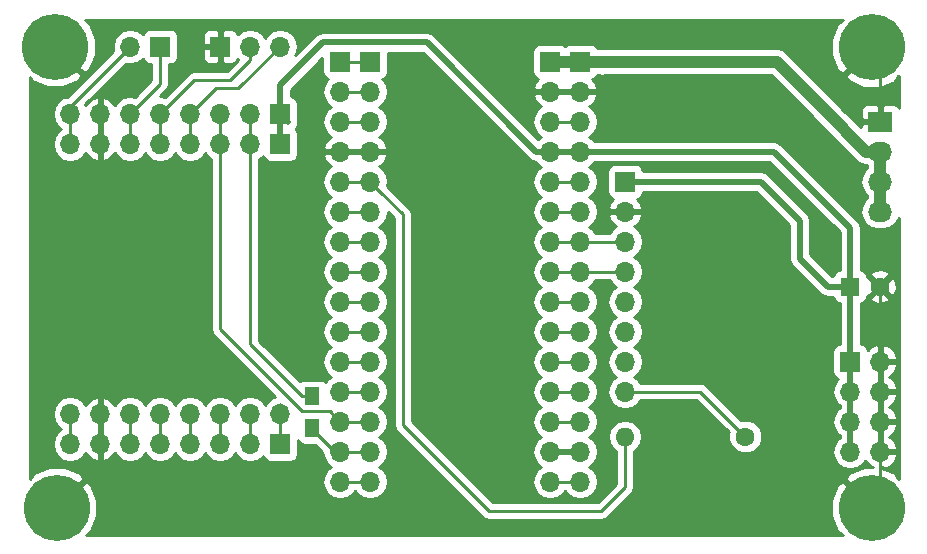
<source format=gtl>
G04 #@! TF.FileFunction,Copper,L1,Top,Signal*
%FSLAX46Y46*%
G04 Gerber Fmt 4.6, Leading zero omitted, Abs format (unit mm)*
G04 Created by KiCad (PCBNEW 4.0.7-e2-6376~58~ubuntu16.04.1) date Wed Dec 27 17:52:43 2017*
%MOMM*%
%LPD*%
G01*
G04 APERTURE LIST*
%ADD10C,0.100000*%
%ADD11R,1.700000X1.700000*%
%ADD12O,1.700000X1.700000*%
%ADD13C,5.600000*%
%ADD14C,1.600000*%
%ADD15O,1.600000X1.600000*%
%ADD16R,1.600000X1.600000*%
%ADD17R,2.032000X1.727200*%
%ADD18O,2.032000X1.727200*%
%ADD19R,1.300000X1.500000*%
%ADD20C,1.016000*%
%ADD21C,0.228600*%
%ADD22C,0.508000*%
%ADD23C,0.254000*%
G04 APERTURE END LIST*
D10*
D11*
X151130000Y-119380000D03*
D12*
X151130000Y-121920000D03*
X151130000Y-124460000D03*
X151130000Y-127000000D03*
X151130000Y-129540000D03*
X151130000Y-132080000D03*
X151130000Y-134620000D03*
X151130000Y-137160000D03*
D13*
X102870000Y-107950000D03*
D11*
X111760000Y-107950000D03*
D12*
X109220000Y-107950000D03*
D11*
X121920000Y-116205000D03*
D12*
X121920000Y-139065000D03*
X119380000Y-139065000D03*
X119380000Y-116205000D03*
X116840000Y-139065000D03*
X116840000Y-116205000D03*
X114300000Y-139065000D03*
X114300000Y-116205000D03*
X111760000Y-139065000D03*
X111760000Y-116205000D03*
X109220000Y-139065000D03*
X109220000Y-116205000D03*
X106680000Y-139065000D03*
X106680000Y-116205000D03*
X104140000Y-139065000D03*
X104140000Y-116205000D03*
D11*
X170180000Y-134620000D03*
D12*
X172720000Y-134620000D03*
X170180000Y-137160000D03*
X172720000Y-137160000D03*
X170180000Y-139700000D03*
X172720000Y-139700000D03*
X170180000Y-142240000D03*
X172720000Y-142240000D03*
D13*
X172000000Y-147000000D03*
X103000000Y-147000000D03*
X172000000Y-108000000D03*
D14*
X161290000Y-140970000D03*
D15*
X151130000Y-140970000D03*
D16*
X170180000Y-128270000D03*
D14*
X172680000Y-128270000D03*
D17*
X172720000Y-114300000D03*
D18*
X172720000Y-116840000D03*
X172720000Y-119380000D03*
X172720000Y-121920000D03*
D11*
X129540000Y-109220000D03*
D12*
X129540000Y-111760000D03*
X129540000Y-114300000D03*
X129540000Y-116840000D03*
X129540000Y-119380000D03*
X129540000Y-121920000D03*
X129540000Y-124460000D03*
X129540000Y-127000000D03*
X129540000Y-129540000D03*
X129540000Y-132080000D03*
X129540000Y-134620000D03*
X129540000Y-137160000D03*
X129540000Y-139700000D03*
X129540000Y-142240000D03*
X129540000Y-144780000D03*
D11*
X144780000Y-109220000D03*
D12*
X144780000Y-111760000D03*
X144780000Y-114300000D03*
X144780000Y-116840000D03*
X144780000Y-119380000D03*
X144780000Y-121920000D03*
X144780000Y-124460000D03*
X144780000Y-127000000D03*
X144780000Y-129540000D03*
X144780000Y-132080000D03*
X144780000Y-134620000D03*
X144780000Y-137160000D03*
X144780000Y-139700000D03*
X144780000Y-142240000D03*
X144780000Y-144780000D03*
D11*
X121920000Y-113665000D03*
D12*
X119380000Y-113665000D03*
X116840000Y-113665000D03*
X114300000Y-113665000D03*
X111760000Y-113665000D03*
X109220000Y-113665000D03*
X106680000Y-113665000D03*
X104140000Y-113665000D03*
D11*
X116840000Y-107950000D03*
D12*
X119380000Y-107950000D03*
X121920000Y-107950000D03*
D11*
X121920000Y-141605000D03*
D12*
X119380000Y-141605000D03*
X116840000Y-141605000D03*
X114300000Y-141605000D03*
X111760000Y-141605000D03*
X109220000Y-141605000D03*
X106680000Y-141605000D03*
X104140000Y-141605000D03*
D11*
X127000000Y-109220000D03*
D12*
X127000000Y-111760000D03*
X127000000Y-114300000D03*
X127000000Y-116840000D03*
X127000000Y-119380000D03*
X127000000Y-121920000D03*
X127000000Y-124460000D03*
X127000000Y-127000000D03*
X127000000Y-129540000D03*
X127000000Y-132080000D03*
X127000000Y-134620000D03*
X127000000Y-137160000D03*
X127000000Y-139700000D03*
X127000000Y-142240000D03*
X127000000Y-144780000D03*
D11*
X147320000Y-109220000D03*
D12*
X147320000Y-111760000D03*
X147320000Y-114300000D03*
X147320000Y-116840000D03*
X147320000Y-119380000D03*
X147320000Y-121920000D03*
X147320000Y-124460000D03*
X147320000Y-127000000D03*
X147320000Y-129540000D03*
X147320000Y-132080000D03*
X147320000Y-134620000D03*
X147320000Y-137160000D03*
X147320000Y-139700000D03*
X147320000Y-142240000D03*
X147320000Y-144780000D03*
D19*
X124650000Y-137550000D03*
X124650000Y-140250000D03*
D20*
X147320000Y-109220000D02*
X149186000Y-109220000D01*
X149186000Y-109220000D02*
X149186000Y-109266000D01*
X149186000Y-109266000D02*
X149232000Y-109220000D01*
X149232000Y-109220000D02*
X163957000Y-109220000D01*
X163957000Y-109220000D02*
X167950000Y-113213000D01*
X167950000Y-113213000D02*
X167950000Y-113272081D01*
X167950000Y-113272081D02*
X171517919Y-116840000D01*
X171517919Y-116840000D02*
X172720000Y-116840000D01*
X147320000Y-109220000D02*
X144780000Y-109220000D01*
X172720000Y-119380000D02*
X172720000Y-121920000D01*
X172720000Y-116840000D02*
X172720000Y-119380000D01*
D21*
X172720000Y-129540000D02*
X172720000Y-129750000D01*
X172720000Y-129750000D02*
X172720000Y-130742081D01*
X172680000Y-128270000D02*
X172680000Y-129401370D01*
X172680000Y-129401370D02*
X172720000Y-129441370D01*
X172720000Y-129441370D02*
X172720000Y-129750000D01*
X172720000Y-114300000D02*
X172720000Y-108720000D01*
X172720000Y-108720000D02*
X172000000Y-108000000D01*
X172720000Y-137160000D02*
X172720000Y-146280000D01*
X172720000Y-146280000D02*
X172000000Y-147000000D01*
X172720000Y-134620000D02*
X172720000Y-135822081D01*
X172720000Y-135822081D02*
X172720000Y-137160000D01*
X172720000Y-132080000D02*
X172720000Y-133282081D01*
X172720000Y-133282081D02*
X172720000Y-134620000D01*
X172720000Y-130742081D02*
X172720000Y-132080000D01*
X106680000Y-139065000D02*
X106680000Y-141605000D01*
X106680000Y-113665000D02*
X106680000Y-116205000D01*
X127000000Y-116840000D02*
X129540000Y-116840000D01*
X144780000Y-111760000D02*
X145982081Y-111760000D01*
X145982081Y-111760000D02*
X147320000Y-111760000D01*
X106680000Y-138362081D02*
X106680000Y-139700000D01*
X127000000Y-109220000D02*
X128078600Y-109220000D01*
X128078600Y-109220000D02*
X129540000Y-109220000D01*
X127000000Y-111760000D02*
X128202081Y-111760000D01*
X128202081Y-111760000D02*
X129540000Y-111760000D01*
X127000000Y-114300000D02*
X128202081Y-114300000D01*
X128202081Y-114300000D02*
X129540000Y-114300000D01*
X151130000Y-140970000D02*
X151130000Y-145270000D01*
X151130000Y-145270000D02*
X149100000Y-147300000D01*
X139600000Y-147300000D02*
X132300000Y-140000000D01*
X149100000Y-147300000D02*
X139600000Y-147300000D01*
X132300000Y-140000000D02*
X132300000Y-122140000D01*
X132300000Y-122140000D02*
X130389999Y-120229999D01*
X130389999Y-120229999D02*
X129540000Y-119380000D01*
X127000000Y-119380000D02*
X128202081Y-119380000D01*
X128202081Y-119380000D02*
X129540000Y-119380000D01*
X127000000Y-121920000D02*
X128202081Y-121920000D01*
X128202081Y-121920000D02*
X129540000Y-121920000D01*
X127000000Y-124460000D02*
X129540000Y-124460000D01*
X127000000Y-127000000D02*
X128202081Y-127000000D01*
X128202081Y-127000000D02*
X129540000Y-127000000D01*
X127000000Y-129540000D02*
X129540000Y-129540000D01*
X127000000Y-132080000D02*
X128202081Y-132080000D01*
X128202081Y-132080000D02*
X129540000Y-132080000D01*
X127000000Y-134620000D02*
X129540000Y-134620000D01*
X127000000Y-137160000D02*
X128202081Y-137160000D01*
X128202081Y-137160000D02*
X129540000Y-137160000D01*
X127000000Y-139700000D02*
X126150001Y-138850001D01*
X126150001Y-138850001D02*
X123800001Y-138850001D01*
X123800001Y-138850001D02*
X116840000Y-131890000D01*
X116840000Y-131890000D02*
X116840000Y-117407081D01*
X116840000Y-117407081D02*
X116840000Y-116205000D01*
X116840000Y-113665000D02*
X116840000Y-116205000D01*
X127000000Y-139700000D02*
X129540000Y-139700000D01*
X124650000Y-140250000D02*
X124650000Y-140350000D01*
X124650000Y-140350000D02*
X126540000Y-142240000D01*
X126540000Y-142240000D02*
X127000000Y-142240000D01*
X126826000Y-142066000D02*
X127000000Y-142240000D01*
X127000000Y-142240000D02*
X128202081Y-142240000D01*
X128202081Y-142240000D02*
X129540000Y-142240000D01*
X129540000Y-144780000D02*
X127000000Y-144780000D01*
D22*
X170180000Y-123317000D02*
X170180000Y-128270000D01*
X170180000Y-134620000D02*
X170180000Y-128270000D01*
X144780000Y-116840000D02*
X143577919Y-116840000D01*
X143577919Y-116840000D02*
X134345918Y-107607999D01*
X134345918Y-107607999D02*
X125540399Y-107607999D01*
X121920000Y-111228398D02*
X121920000Y-112307000D01*
X125540399Y-107607999D02*
X121920000Y-111228398D01*
X121920000Y-112307000D02*
X121920000Y-113665000D01*
X165900000Y-125900000D02*
X168270000Y-128270000D01*
X168270000Y-128270000D02*
X170180000Y-128270000D01*
X165900000Y-122682000D02*
X165900000Y-125900000D01*
X151130000Y-119380000D02*
X162598000Y-119380000D01*
X162598000Y-119380000D02*
X165900000Y-122682000D01*
X147320000Y-116840000D02*
X163703000Y-116840000D01*
X163703000Y-116840000D02*
X170180000Y-123317000D01*
X170180000Y-139700000D02*
X170180000Y-142240000D01*
X170180000Y-137160000D02*
X170180000Y-139700000D01*
X147320000Y-116840000D02*
X144780000Y-116840000D01*
X122555000Y-114300000D02*
X121920000Y-113665000D01*
X170180000Y-134620000D02*
X170180000Y-137160000D01*
X121920000Y-113665000D02*
X121920000Y-116205000D01*
D21*
X144780000Y-119380000D02*
X147320000Y-119380000D01*
X144780000Y-121920000D02*
X145982081Y-121920000D01*
X145982081Y-121920000D02*
X147320000Y-121920000D01*
X151130000Y-124460000D02*
X147320000Y-124460000D01*
X144780000Y-124460000D02*
X147320000Y-124460000D01*
X151130000Y-127000000D02*
X149927919Y-127000000D01*
X149927919Y-127000000D02*
X147320000Y-127000000D01*
X144780000Y-127000000D02*
X147320000Y-127000000D01*
X144780000Y-129540000D02*
X147320000Y-129540000D01*
X144780000Y-132080000D02*
X147320000Y-132080000D01*
X144780000Y-134620000D02*
X145982081Y-134620000D01*
X145982081Y-134620000D02*
X147320000Y-134620000D01*
X144780000Y-137160000D02*
X147320000Y-137160000D01*
X144780000Y-139700000D02*
X147320000Y-139700000D01*
D22*
X144780000Y-142240000D02*
X147320000Y-142240000D01*
D21*
X144780000Y-144780000D02*
X145982081Y-144780000D01*
X145982081Y-144780000D02*
X147320000Y-144780000D01*
X121920000Y-139065000D02*
X121920000Y-141605000D01*
X121920000Y-138238600D02*
X121920000Y-139700000D01*
X151130000Y-137160000D02*
X157480000Y-137160000D01*
X157480000Y-137160000D02*
X161290000Y-140970000D01*
X119380000Y-116205000D02*
X119380000Y-133158600D01*
X119380000Y-133158600D02*
X123771400Y-137550000D01*
X123771400Y-137550000D02*
X124650000Y-137550000D01*
X119380000Y-113665000D02*
X119380000Y-116205000D01*
X119380000Y-115637919D02*
X119380000Y-116840000D01*
X111760000Y-107950000D02*
X111760000Y-111125000D01*
X111760000Y-111125000D02*
X109220000Y-113665000D01*
X109220000Y-113665000D02*
X109220000Y-116205000D01*
X109220000Y-107950000D02*
X104140000Y-113030000D01*
X104140000Y-113030000D02*
X104140000Y-113665000D01*
X104150000Y-116800000D02*
X104140000Y-116810000D01*
X104140000Y-116810000D02*
X104140000Y-116840000D01*
X104140000Y-113665000D02*
X104140000Y-116205000D01*
X119380000Y-139065000D02*
X119380000Y-141605000D01*
X116840000Y-139065000D02*
X116840000Y-141605000D01*
X116840000Y-138362081D02*
X116840000Y-139700000D01*
X114300000Y-139065000D02*
X114300000Y-140267081D01*
X114300000Y-140267081D02*
X114300000Y-141605000D01*
X111760000Y-139065000D02*
X111760000Y-140970000D01*
X111760000Y-140970000D02*
X111760000Y-141605000D01*
X109220000Y-139065000D02*
X109220000Y-141605000D01*
X109220000Y-138362081D02*
X109220000Y-139700000D01*
X104140000Y-139065000D02*
X104140000Y-141605000D01*
X144780000Y-114300000D02*
X147320000Y-114300000D01*
X121920000Y-107950000D02*
X118370000Y-111500000D01*
X118370000Y-111500000D02*
X116465000Y-111500000D01*
X116465000Y-111500000D02*
X115149999Y-112815001D01*
X115149999Y-112815001D02*
X114300000Y-113665000D01*
X114300000Y-113665000D02*
X114300000Y-116205000D01*
X119380000Y-107950000D02*
X119380000Y-109120000D01*
X119380000Y-109120000D02*
X117700000Y-110800000D01*
X117700000Y-110800000D02*
X114625000Y-110800000D01*
X114625000Y-110800000D02*
X112609999Y-112815001D01*
X112609999Y-112815001D02*
X111760000Y-113665000D01*
X111800000Y-116165000D02*
X111760000Y-116205000D01*
X111760000Y-113665000D02*
X111760000Y-116205000D01*
X111760000Y-116840000D02*
X111390000Y-116840000D01*
D23*
G36*
X169547658Y-105727266D02*
X169093797Y-106045501D01*
X168567064Y-107306434D01*
X168562965Y-108672956D01*
X169082122Y-109937027D01*
X169093797Y-109954499D01*
X169547660Y-110272735D01*
X171820395Y-108000000D01*
X171806253Y-107985858D01*
X171985858Y-107806253D01*
X172000000Y-107820395D01*
X172014143Y-107806253D01*
X172193748Y-107985858D01*
X172179605Y-108000000D01*
X172193748Y-108014143D01*
X172014143Y-108193748D01*
X172000000Y-108179605D01*
X169727265Y-110452340D01*
X170045501Y-110906203D01*
X171306434Y-111432936D01*
X172672956Y-111437035D01*
X173937027Y-110917878D01*
X173954499Y-110906203D01*
X174272734Y-110452342D01*
X174290000Y-110469608D01*
X174290000Y-113114540D01*
X174274327Y-113076702D01*
X174095699Y-112898073D01*
X173862310Y-112801400D01*
X173005750Y-112801400D01*
X172847000Y-112960150D01*
X172847000Y-114173000D01*
X172867000Y-114173000D01*
X172867000Y-114427000D01*
X172847000Y-114427000D01*
X172847000Y-114447000D01*
X172593000Y-114447000D01*
X172593000Y-114427000D01*
X171227750Y-114427000D01*
X171069000Y-114585750D01*
X171069000Y-114774635D01*
X169604456Y-113310091D01*
X171069000Y-113310091D01*
X171069000Y-114014250D01*
X171227750Y-114173000D01*
X172593000Y-114173000D01*
X172593000Y-112960150D01*
X172434250Y-112801400D01*
X171577690Y-112801400D01*
X171344301Y-112898073D01*
X171165673Y-113076702D01*
X171069000Y-113310091D01*
X169604456Y-113310091D01*
X168877192Y-112582827D01*
X168758223Y-112404777D01*
X164765223Y-108411777D01*
X164394407Y-108164006D01*
X163957000Y-108077000D01*
X149232000Y-108077000D01*
X149209000Y-108081575D01*
X149186000Y-108077000D01*
X148736044Y-108077000D01*
X148634090Y-107918559D01*
X148421890Y-107773569D01*
X148170000Y-107722560D01*
X146470000Y-107722560D01*
X146234683Y-107766838D01*
X146047923Y-107887015D01*
X145881890Y-107773569D01*
X145630000Y-107722560D01*
X143930000Y-107722560D01*
X143694683Y-107766838D01*
X143478559Y-107905910D01*
X143333569Y-108118110D01*
X143282560Y-108370000D01*
X143282560Y-110070000D01*
X143326838Y-110305317D01*
X143465910Y-110521441D01*
X143678110Y-110666431D01*
X143786107Y-110688301D01*
X143508355Y-110993076D01*
X143338524Y-111403110D01*
X143459845Y-111633000D01*
X144653000Y-111633000D01*
X144653000Y-111613000D01*
X144907000Y-111613000D01*
X144907000Y-111633000D01*
X147193000Y-111633000D01*
X147193000Y-111613000D01*
X147447000Y-111613000D01*
X147447000Y-111633000D01*
X148640155Y-111633000D01*
X148761476Y-111403110D01*
X148591645Y-110993076D01*
X148315499Y-110690063D01*
X148405317Y-110673162D01*
X148621441Y-110534090D01*
X148738342Y-110363000D01*
X148954743Y-110363000D01*
X149186000Y-110409000D01*
X149417257Y-110363000D01*
X163483554Y-110363000D01*
X167022808Y-113902254D01*
X167141777Y-114080304D01*
X170709696Y-117648223D01*
X171080512Y-117895994D01*
X171517919Y-117983000D01*
X171577000Y-117983000D01*
X171577000Y-118252567D01*
X171475585Y-118320330D01*
X171150729Y-118806511D01*
X171036655Y-119380000D01*
X171150729Y-119953489D01*
X171475585Y-120439670D01*
X171577000Y-120507433D01*
X171577000Y-120792567D01*
X171475585Y-120860330D01*
X171150729Y-121346511D01*
X171036655Y-121920000D01*
X171150729Y-122493489D01*
X171475585Y-122979670D01*
X171961766Y-123304526D01*
X172535255Y-123418600D01*
X172904745Y-123418600D01*
X173478234Y-123304526D01*
X173964415Y-122979670D01*
X174289271Y-122493489D01*
X174290000Y-122489824D01*
X174290000Y-144530392D01*
X174272734Y-144547658D01*
X173954499Y-144093797D01*
X172847002Y-143631159D01*
X172847002Y-143560820D01*
X173076892Y-143681486D01*
X173601358Y-143435183D01*
X173991645Y-143006924D01*
X174161476Y-142596890D01*
X174040155Y-142367000D01*
X172847000Y-142367000D01*
X172847000Y-142387000D01*
X172593000Y-142387000D01*
X172593000Y-142367000D01*
X172573000Y-142367000D01*
X172573000Y-142113000D01*
X172593000Y-142113000D01*
X172593000Y-139827000D01*
X172847000Y-139827000D01*
X172847000Y-142113000D01*
X174040155Y-142113000D01*
X174161476Y-141883110D01*
X173991645Y-141473076D01*
X173601358Y-141044817D01*
X173442046Y-140970000D01*
X173601358Y-140895183D01*
X173991645Y-140466924D01*
X174161476Y-140056890D01*
X174040155Y-139827000D01*
X172847000Y-139827000D01*
X172593000Y-139827000D01*
X172573000Y-139827000D01*
X172573000Y-139573000D01*
X172593000Y-139573000D01*
X172593000Y-137287000D01*
X172847000Y-137287000D01*
X172847000Y-139573000D01*
X174040155Y-139573000D01*
X174161476Y-139343110D01*
X173991645Y-138933076D01*
X173601358Y-138504817D01*
X173442046Y-138430000D01*
X173601358Y-138355183D01*
X173991645Y-137926924D01*
X174161476Y-137516890D01*
X174040155Y-137287000D01*
X172847000Y-137287000D01*
X172593000Y-137287000D01*
X172573000Y-137287000D01*
X172573000Y-137033000D01*
X172593000Y-137033000D01*
X172593000Y-134747000D01*
X172847000Y-134747000D01*
X172847000Y-137033000D01*
X174040155Y-137033000D01*
X174161476Y-136803110D01*
X173991645Y-136393076D01*
X173601358Y-135964817D01*
X173442046Y-135890000D01*
X173601358Y-135815183D01*
X173991645Y-135386924D01*
X174161476Y-134976890D01*
X174040155Y-134747000D01*
X172847000Y-134747000D01*
X172593000Y-134747000D01*
X172573000Y-134747000D01*
X172573000Y-134493000D01*
X172593000Y-134493000D01*
X172593000Y-133299181D01*
X172847000Y-133299181D01*
X172847000Y-134493000D01*
X174040155Y-134493000D01*
X174161476Y-134263110D01*
X173991645Y-133853076D01*
X173601358Y-133424817D01*
X173076892Y-133178514D01*
X172847000Y-133299181D01*
X172593000Y-133299181D01*
X172363108Y-133178514D01*
X171838642Y-133424817D01*
X171651192Y-133630504D01*
X171633162Y-133534683D01*
X171494090Y-133318559D01*
X171281890Y-133173569D01*
X171069000Y-133130458D01*
X171069000Y-129700693D01*
X171215317Y-129673162D01*
X171431441Y-129534090D01*
X171576431Y-129321890D01*
X171585370Y-129277745D01*
X171851861Y-129277745D01*
X171925995Y-129523864D01*
X172463223Y-129716965D01*
X173033454Y-129689778D01*
X173434005Y-129523864D01*
X173508139Y-129277745D01*
X172680000Y-128449605D01*
X171851861Y-129277745D01*
X171585370Y-129277745D01*
X171624646Y-129083799D01*
X171672255Y-129098139D01*
X172500395Y-128270000D01*
X172859605Y-128270000D01*
X173687745Y-129098139D01*
X173933864Y-129024005D01*
X174126965Y-128486777D01*
X174099778Y-127916546D01*
X173933864Y-127515995D01*
X173687745Y-127441861D01*
X172859605Y-128270000D01*
X172500395Y-128270000D01*
X171672255Y-127441861D01*
X171624833Y-127456145D01*
X171588351Y-127262255D01*
X171851861Y-127262255D01*
X172680000Y-128090395D01*
X173508139Y-127262255D01*
X173434005Y-127016136D01*
X172896777Y-126823035D01*
X172326546Y-126850222D01*
X171925995Y-127016136D01*
X171851861Y-127262255D01*
X171588351Y-127262255D01*
X171583162Y-127234683D01*
X171444090Y-127018559D01*
X171231890Y-126873569D01*
X171069000Y-126840583D01*
X171069000Y-123317000D01*
X171001329Y-122976794D01*
X170808618Y-122688382D01*
X164331618Y-116211382D01*
X164278526Y-116175907D01*
X164043206Y-116018671D01*
X163703000Y-115951000D01*
X148506760Y-115951000D01*
X148399147Y-115789946D01*
X148069974Y-115570000D01*
X148399147Y-115350054D01*
X148721054Y-114868285D01*
X148834093Y-114300000D01*
X148721054Y-113731715D01*
X148399147Y-113249946D01*
X148058447Y-113022298D01*
X148201358Y-112955183D01*
X148591645Y-112526924D01*
X148761476Y-112116890D01*
X148640155Y-111887000D01*
X147447000Y-111887000D01*
X147447000Y-111907000D01*
X147193000Y-111907000D01*
X147193000Y-111887000D01*
X144907000Y-111887000D01*
X144907000Y-111907000D01*
X144653000Y-111907000D01*
X144653000Y-111887000D01*
X143459845Y-111887000D01*
X143338524Y-112116890D01*
X143508355Y-112526924D01*
X143898642Y-112955183D01*
X144041553Y-113022298D01*
X143700853Y-113249946D01*
X143378946Y-113731715D01*
X143265907Y-114300000D01*
X143378946Y-114868285D01*
X143700853Y-115350054D01*
X144030026Y-115570000D01*
X143751356Y-115756201D01*
X134974536Y-106979381D01*
X134912223Y-106937745D01*
X134686124Y-106786670D01*
X134345918Y-106718999D01*
X125540399Y-106718999D01*
X125200193Y-106786670D01*
X124911781Y-106979381D01*
X123187607Y-108703555D01*
X123291961Y-108547378D01*
X123405000Y-107979093D01*
X123405000Y-107920907D01*
X123291961Y-107352622D01*
X122970054Y-106870853D01*
X122488285Y-106548946D01*
X121920000Y-106435907D01*
X121351715Y-106548946D01*
X120869946Y-106870853D01*
X120650000Y-107200026D01*
X120430054Y-106870853D01*
X119948285Y-106548946D01*
X119380000Y-106435907D01*
X118811715Y-106548946D01*
X118329946Y-106870853D01*
X118300597Y-106914777D01*
X118228327Y-106740302D01*
X118049699Y-106561673D01*
X117816310Y-106465000D01*
X117125750Y-106465000D01*
X116967000Y-106623750D01*
X116967000Y-107823000D01*
X116987000Y-107823000D01*
X116987000Y-108077000D01*
X116967000Y-108077000D01*
X116967000Y-109276250D01*
X117125750Y-109435000D01*
X117816310Y-109435000D01*
X118049699Y-109338327D01*
X118228327Y-109159698D01*
X118300597Y-108985223D01*
X118329946Y-109029147D01*
X118378644Y-109061686D01*
X117389630Y-110050700D01*
X114625000Y-110050700D01*
X114338255Y-110107737D01*
X114166149Y-110222735D01*
X114095165Y-110270165D01*
X112139029Y-112226301D01*
X111788161Y-112156509D01*
X112289835Y-111654835D01*
X112452263Y-111411745D01*
X112509300Y-111125000D01*
X112509300Y-109447440D01*
X112610000Y-109447440D01*
X112845317Y-109403162D01*
X113061441Y-109264090D01*
X113206431Y-109051890D01*
X113257440Y-108800000D01*
X113257440Y-108235750D01*
X115355000Y-108235750D01*
X115355000Y-108926309D01*
X115451673Y-109159698D01*
X115630301Y-109338327D01*
X115863690Y-109435000D01*
X116554250Y-109435000D01*
X116713000Y-109276250D01*
X116713000Y-108077000D01*
X115513750Y-108077000D01*
X115355000Y-108235750D01*
X113257440Y-108235750D01*
X113257440Y-107100000D01*
X113233674Y-106973691D01*
X115355000Y-106973691D01*
X115355000Y-107664250D01*
X115513750Y-107823000D01*
X116713000Y-107823000D01*
X116713000Y-106623750D01*
X116554250Y-106465000D01*
X115863690Y-106465000D01*
X115630301Y-106561673D01*
X115451673Y-106740302D01*
X115355000Y-106973691D01*
X113233674Y-106973691D01*
X113213162Y-106864683D01*
X113074090Y-106648559D01*
X112861890Y-106503569D01*
X112610000Y-106452560D01*
X110910000Y-106452560D01*
X110674683Y-106496838D01*
X110458559Y-106635910D01*
X110313569Y-106848110D01*
X110299914Y-106915541D01*
X110270054Y-106870853D01*
X109788285Y-106548946D01*
X109220000Y-106435907D01*
X108651715Y-106548946D01*
X108169946Y-106870853D01*
X107848039Y-107352622D01*
X107735000Y-107920907D01*
X107735000Y-107979093D01*
X107800740Y-108309590D01*
X103914585Y-112195745D01*
X103571715Y-112263946D01*
X103089946Y-112585853D01*
X102768039Y-113067622D01*
X102655000Y-113635907D01*
X102655000Y-113694093D01*
X102768039Y-114262378D01*
X103089946Y-114744147D01*
X103375578Y-114935000D01*
X103089946Y-115125853D01*
X102768039Y-115607622D01*
X102655000Y-116175907D01*
X102655000Y-116234093D01*
X102768039Y-116802378D01*
X103089946Y-117284147D01*
X103571715Y-117606054D01*
X104140000Y-117719093D01*
X104708285Y-117606054D01*
X105190054Y-117284147D01*
X105417702Y-116943447D01*
X105484817Y-117086358D01*
X105913076Y-117476645D01*
X106323110Y-117646476D01*
X106553000Y-117525155D01*
X106553000Y-116332000D01*
X106533000Y-116332000D01*
X106533000Y-116078000D01*
X106553000Y-116078000D01*
X106553000Y-113792000D01*
X106533000Y-113792000D01*
X106533000Y-113538000D01*
X106553000Y-113538000D01*
X106553000Y-112344845D01*
X106323110Y-112223524D01*
X105913076Y-112393355D01*
X105484817Y-112783642D01*
X105417702Y-112926553D01*
X105371806Y-112857864D01*
X108840971Y-109388699D01*
X109220000Y-109464093D01*
X109788285Y-109351054D01*
X110270054Y-109029147D01*
X110297850Y-108987548D01*
X110306838Y-109035317D01*
X110445910Y-109251441D01*
X110658110Y-109396431D01*
X110910000Y-109447440D01*
X111010700Y-109447440D01*
X111010700Y-110814630D01*
X109599029Y-112226301D01*
X109220000Y-112150907D01*
X108651715Y-112263946D01*
X108169946Y-112585853D01*
X107942298Y-112926553D01*
X107875183Y-112783642D01*
X107446924Y-112393355D01*
X107036890Y-112223524D01*
X106807000Y-112344845D01*
X106807000Y-113538000D01*
X106827000Y-113538000D01*
X106827000Y-113792000D01*
X106807000Y-113792000D01*
X106807000Y-116078000D01*
X106827000Y-116078000D01*
X106827000Y-116332000D01*
X106807000Y-116332000D01*
X106807000Y-117525155D01*
X107036890Y-117646476D01*
X107446924Y-117476645D01*
X107875183Y-117086358D01*
X107942298Y-116943447D01*
X108169946Y-117284147D01*
X108651715Y-117606054D01*
X109220000Y-117719093D01*
X109788285Y-117606054D01*
X110270054Y-117284147D01*
X110490000Y-116954974D01*
X110709946Y-117284147D01*
X111191715Y-117606054D01*
X111760000Y-117719093D01*
X112328285Y-117606054D01*
X112810054Y-117284147D01*
X113030000Y-116954974D01*
X113249946Y-117284147D01*
X113731715Y-117606054D01*
X114300000Y-117719093D01*
X114868285Y-117606054D01*
X115350054Y-117284147D01*
X115570000Y-116954974D01*
X115789946Y-117284147D01*
X116090700Y-117485104D01*
X116090700Y-131890000D01*
X116147737Y-132176745D01*
X116310165Y-132419835D01*
X121515409Y-137625079D01*
X121501971Y-137634058D01*
X121351715Y-137663946D01*
X120869946Y-137985853D01*
X120650000Y-138315026D01*
X120430054Y-137985853D01*
X119948285Y-137663946D01*
X119380000Y-137550907D01*
X118811715Y-137663946D01*
X118329946Y-137985853D01*
X118110000Y-138315026D01*
X117890054Y-137985853D01*
X117408285Y-137663946D01*
X116840000Y-137550907D01*
X116271715Y-137663946D01*
X115789946Y-137985853D01*
X115570000Y-138315026D01*
X115350054Y-137985853D01*
X114868285Y-137663946D01*
X114300000Y-137550907D01*
X113731715Y-137663946D01*
X113249946Y-137985853D01*
X113030000Y-138315026D01*
X112810054Y-137985853D01*
X112328285Y-137663946D01*
X111760000Y-137550907D01*
X111191715Y-137663946D01*
X110709946Y-137985853D01*
X110490000Y-138315026D01*
X110270054Y-137985853D01*
X109788285Y-137663946D01*
X109220000Y-137550907D01*
X108651715Y-137663946D01*
X108169946Y-137985853D01*
X107942298Y-138326553D01*
X107875183Y-138183642D01*
X107446924Y-137793355D01*
X107036890Y-137623524D01*
X106807000Y-137744845D01*
X106807000Y-138938000D01*
X106827000Y-138938000D01*
X106827000Y-139192000D01*
X106807000Y-139192000D01*
X106807000Y-141478000D01*
X106827000Y-141478000D01*
X106827000Y-141732000D01*
X106807000Y-141732000D01*
X106807000Y-142925155D01*
X107036890Y-143046476D01*
X107446924Y-142876645D01*
X107875183Y-142486358D01*
X107942298Y-142343447D01*
X108169946Y-142684147D01*
X108651715Y-143006054D01*
X109220000Y-143119093D01*
X109788285Y-143006054D01*
X110270054Y-142684147D01*
X110490000Y-142354974D01*
X110709946Y-142684147D01*
X111191715Y-143006054D01*
X111760000Y-143119093D01*
X112328285Y-143006054D01*
X112810054Y-142684147D01*
X113030000Y-142354974D01*
X113249946Y-142684147D01*
X113731715Y-143006054D01*
X114300000Y-143119093D01*
X114868285Y-143006054D01*
X115350054Y-142684147D01*
X115570000Y-142354974D01*
X115789946Y-142684147D01*
X116271715Y-143006054D01*
X116840000Y-143119093D01*
X117408285Y-143006054D01*
X117890054Y-142684147D01*
X118110000Y-142354974D01*
X118329946Y-142684147D01*
X118811715Y-143006054D01*
X119380000Y-143119093D01*
X119948285Y-143006054D01*
X120430054Y-142684147D01*
X120457850Y-142642548D01*
X120466838Y-142690317D01*
X120605910Y-142906441D01*
X120818110Y-143051431D01*
X121070000Y-143102440D01*
X122770000Y-143102440D01*
X123005317Y-143058162D01*
X123221441Y-142919090D01*
X123366431Y-142706890D01*
X123417440Y-142455000D01*
X123417440Y-141267333D01*
X123535910Y-141451441D01*
X123748110Y-141596431D01*
X124000000Y-141647440D01*
X124887770Y-141647440D01*
X125487292Y-142246962D01*
X125598946Y-142808285D01*
X125920853Y-143290054D01*
X126250026Y-143510000D01*
X125920853Y-143729946D01*
X125598946Y-144211715D01*
X125485907Y-144780000D01*
X125598946Y-145348285D01*
X125920853Y-145830054D01*
X126402622Y-146151961D01*
X126970907Y-146265000D01*
X127029093Y-146265000D01*
X127597378Y-146151961D01*
X128079147Y-145830054D01*
X128270000Y-145544422D01*
X128460853Y-145830054D01*
X128942622Y-146151961D01*
X129510907Y-146265000D01*
X129569093Y-146265000D01*
X130137378Y-146151961D01*
X130619147Y-145830054D01*
X130941054Y-145348285D01*
X131054093Y-144780000D01*
X130941054Y-144211715D01*
X130619147Y-143729946D01*
X130289974Y-143510000D01*
X130619147Y-143290054D01*
X130941054Y-142808285D01*
X131054093Y-142240000D01*
X130941054Y-141671715D01*
X130619147Y-141189946D01*
X130289974Y-140970000D01*
X130619147Y-140750054D01*
X130941054Y-140268285D01*
X131054093Y-139700000D01*
X130941054Y-139131715D01*
X130619147Y-138649946D01*
X130289974Y-138430000D01*
X130619147Y-138210054D01*
X130941054Y-137728285D01*
X131054093Y-137160000D01*
X130941054Y-136591715D01*
X130619147Y-136109946D01*
X130289974Y-135890000D01*
X130619147Y-135670054D01*
X130941054Y-135188285D01*
X131054093Y-134620000D01*
X130941054Y-134051715D01*
X130619147Y-133569946D01*
X130289974Y-133350000D01*
X130619147Y-133130054D01*
X130941054Y-132648285D01*
X131054093Y-132080000D01*
X130941054Y-131511715D01*
X130619147Y-131029946D01*
X130289974Y-130810000D01*
X130619147Y-130590054D01*
X130941054Y-130108285D01*
X131054093Y-129540000D01*
X130941054Y-128971715D01*
X130619147Y-128489946D01*
X130289974Y-128270000D01*
X130619147Y-128050054D01*
X130941054Y-127568285D01*
X131054093Y-127000000D01*
X130941054Y-126431715D01*
X130619147Y-125949946D01*
X130289974Y-125730000D01*
X130619147Y-125510054D01*
X130941054Y-125028285D01*
X131054093Y-124460000D01*
X130941054Y-123891715D01*
X130619147Y-123409946D01*
X130289974Y-123190000D01*
X130619147Y-122970054D01*
X130941054Y-122488285D01*
X131048491Y-121948161D01*
X131550700Y-122450370D01*
X131550700Y-140000000D01*
X131607737Y-140286745D01*
X131770165Y-140529835D01*
X139070165Y-147829835D01*
X139313255Y-147992263D01*
X139600000Y-148049300D01*
X149100000Y-148049300D01*
X149386745Y-147992263D01*
X149629835Y-147829835D01*
X151659835Y-145799835D01*
X151822264Y-145556744D01*
X151879300Y-145270000D01*
X151879300Y-142180816D01*
X152172811Y-141984698D01*
X152483880Y-141519151D01*
X152593113Y-140970000D01*
X152483880Y-140420849D01*
X152172811Y-139955302D01*
X151707264Y-139644233D01*
X151158113Y-139535000D01*
X151101887Y-139535000D01*
X150552736Y-139644233D01*
X150087189Y-139955302D01*
X149776120Y-140420849D01*
X149666887Y-140970000D01*
X149776120Y-141519151D01*
X150087189Y-141984698D01*
X150380700Y-142180816D01*
X150380700Y-144959630D01*
X148789630Y-146550700D01*
X139910370Y-146550700D01*
X133049300Y-139689630D01*
X133049300Y-122140000D01*
X132992263Y-121853255D01*
X132829835Y-121610165D01*
X130978699Y-119759029D01*
X131054093Y-119380000D01*
X130941054Y-118811715D01*
X130619147Y-118329946D01*
X130278447Y-118102298D01*
X130421358Y-118035183D01*
X130811645Y-117606924D01*
X130981476Y-117196890D01*
X130860155Y-116967000D01*
X129667000Y-116967000D01*
X129667000Y-116987000D01*
X129413000Y-116987000D01*
X129413000Y-116967000D01*
X127127000Y-116967000D01*
X127127000Y-116987000D01*
X126873000Y-116987000D01*
X126873000Y-116967000D01*
X125679845Y-116967000D01*
X125558524Y-117196890D01*
X125728355Y-117606924D01*
X126118642Y-118035183D01*
X126261553Y-118102298D01*
X125920853Y-118329946D01*
X125598946Y-118811715D01*
X125485907Y-119380000D01*
X125598946Y-119948285D01*
X125920853Y-120430054D01*
X126250026Y-120650000D01*
X125920853Y-120869946D01*
X125598946Y-121351715D01*
X125485907Y-121920000D01*
X125598946Y-122488285D01*
X125920853Y-122970054D01*
X126250026Y-123190000D01*
X125920853Y-123409946D01*
X125598946Y-123891715D01*
X125485907Y-124460000D01*
X125598946Y-125028285D01*
X125920853Y-125510054D01*
X126250026Y-125730000D01*
X125920853Y-125949946D01*
X125598946Y-126431715D01*
X125485907Y-127000000D01*
X125598946Y-127568285D01*
X125920853Y-128050054D01*
X126250026Y-128270000D01*
X125920853Y-128489946D01*
X125598946Y-128971715D01*
X125485907Y-129540000D01*
X125598946Y-130108285D01*
X125920853Y-130590054D01*
X126250026Y-130810000D01*
X125920853Y-131029946D01*
X125598946Y-131511715D01*
X125485907Y-132080000D01*
X125598946Y-132648285D01*
X125920853Y-133130054D01*
X126250026Y-133350000D01*
X125920853Y-133569946D01*
X125598946Y-134051715D01*
X125485907Y-134620000D01*
X125598946Y-135188285D01*
X125920853Y-135670054D01*
X126250026Y-135890000D01*
X125920853Y-136109946D01*
X125762255Y-136347305D01*
X125551890Y-136203569D01*
X125300000Y-136152560D01*
X124000000Y-136152560D01*
X123764683Y-136196838D01*
X123590191Y-136309121D01*
X120129300Y-132848230D01*
X120129300Y-117485104D01*
X120430054Y-117284147D01*
X120457850Y-117242548D01*
X120466838Y-117290317D01*
X120605910Y-117506441D01*
X120818110Y-117651431D01*
X121070000Y-117702440D01*
X122770000Y-117702440D01*
X123005317Y-117658162D01*
X123221441Y-117519090D01*
X123366431Y-117306890D01*
X123417440Y-117055000D01*
X123417440Y-115355000D01*
X123373162Y-115119683D01*
X123252985Y-114932923D01*
X123366431Y-114766890D01*
X123417440Y-114515000D01*
X123417440Y-114433528D01*
X123444000Y-114300000D01*
X123417440Y-114166472D01*
X123417440Y-112815000D01*
X123373162Y-112579683D01*
X123234090Y-112363559D01*
X123021890Y-112218569D01*
X122809000Y-112175458D01*
X122809000Y-111596634D01*
X125502560Y-108903074D01*
X125502560Y-110070000D01*
X125546838Y-110305317D01*
X125685910Y-110521441D01*
X125898110Y-110666431D01*
X125965541Y-110680086D01*
X125920853Y-110709946D01*
X125598946Y-111191715D01*
X125485907Y-111760000D01*
X125598946Y-112328285D01*
X125920853Y-112810054D01*
X126250026Y-113030000D01*
X125920853Y-113249946D01*
X125598946Y-113731715D01*
X125485907Y-114300000D01*
X125598946Y-114868285D01*
X125920853Y-115350054D01*
X126261553Y-115577702D01*
X126118642Y-115644817D01*
X125728355Y-116073076D01*
X125558524Y-116483110D01*
X125679845Y-116713000D01*
X126873000Y-116713000D01*
X126873000Y-116693000D01*
X127127000Y-116693000D01*
X127127000Y-116713000D01*
X129413000Y-116713000D01*
X129413000Y-116693000D01*
X129667000Y-116693000D01*
X129667000Y-116713000D01*
X130860155Y-116713000D01*
X130981476Y-116483110D01*
X130811645Y-116073076D01*
X130421358Y-115644817D01*
X130278447Y-115577702D01*
X130619147Y-115350054D01*
X130941054Y-114868285D01*
X131054093Y-114300000D01*
X130941054Y-113731715D01*
X130619147Y-113249946D01*
X130289974Y-113030000D01*
X130619147Y-112810054D01*
X130941054Y-112328285D01*
X131054093Y-111760000D01*
X130941054Y-111191715D01*
X130619147Y-110709946D01*
X130577548Y-110682150D01*
X130625317Y-110673162D01*
X130841441Y-110534090D01*
X130986431Y-110321890D01*
X131037440Y-110070000D01*
X131037440Y-108496999D01*
X133977682Y-108496999D01*
X142949301Y-117468618D01*
X143237713Y-117661329D01*
X143577919Y-117729000D01*
X143593240Y-117729000D01*
X143700853Y-117890054D01*
X144030026Y-118110000D01*
X143700853Y-118329946D01*
X143378946Y-118811715D01*
X143265907Y-119380000D01*
X143378946Y-119948285D01*
X143700853Y-120430054D01*
X144030026Y-120650000D01*
X143700853Y-120869946D01*
X143378946Y-121351715D01*
X143265907Y-121920000D01*
X143378946Y-122488285D01*
X143700853Y-122970054D01*
X144030026Y-123190000D01*
X143700853Y-123409946D01*
X143378946Y-123891715D01*
X143265907Y-124460000D01*
X143378946Y-125028285D01*
X143700853Y-125510054D01*
X144030026Y-125730000D01*
X143700853Y-125949946D01*
X143378946Y-126431715D01*
X143265907Y-127000000D01*
X143378946Y-127568285D01*
X143700853Y-128050054D01*
X144030026Y-128270000D01*
X143700853Y-128489946D01*
X143378946Y-128971715D01*
X143265907Y-129540000D01*
X143378946Y-130108285D01*
X143700853Y-130590054D01*
X144030026Y-130810000D01*
X143700853Y-131029946D01*
X143378946Y-131511715D01*
X143265907Y-132080000D01*
X143378946Y-132648285D01*
X143700853Y-133130054D01*
X144030026Y-133350000D01*
X143700853Y-133569946D01*
X143378946Y-134051715D01*
X143265907Y-134620000D01*
X143378946Y-135188285D01*
X143700853Y-135670054D01*
X144030026Y-135890000D01*
X143700853Y-136109946D01*
X143378946Y-136591715D01*
X143265907Y-137160000D01*
X143378946Y-137728285D01*
X143700853Y-138210054D01*
X144030026Y-138430000D01*
X143700853Y-138649946D01*
X143378946Y-139131715D01*
X143265907Y-139700000D01*
X143378946Y-140268285D01*
X143700853Y-140750054D01*
X144030026Y-140970000D01*
X143700853Y-141189946D01*
X143378946Y-141671715D01*
X143265907Y-142240000D01*
X143378946Y-142808285D01*
X143700853Y-143290054D01*
X144030026Y-143510000D01*
X143700853Y-143729946D01*
X143378946Y-144211715D01*
X143265907Y-144780000D01*
X143378946Y-145348285D01*
X143700853Y-145830054D01*
X144182622Y-146151961D01*
X144750907Y-146265000D01*
X144809093Y-146265000D01*
X145377378Y-146151961D01*
X145859147Y-145830054D01*
X146050000Y-145544422D01*
X146240853Y-145830054D01*
X146722622Y-146151961D01*
X147290907Y-146265000D01*
X147349093Y-146265000D01*
X147917378Y-146151961D01*
X148399147Y-145830054D01*
X148721054Y-145348285D01*
X148834093Y-144780000D01*
X148721054Y-144211715D01*
X148399147Y-143729946D01*
X148069974Y-143510000D01*
X148399147Y-143290054D01*
X148721054Y-142808285D01*
X148834093Y-142240000D01*
X148721054Y-141671715D01*
X148399147Y-141189946D01*
X148069974Y-140970000D01*
X148399147Y-140750054D01*
X148721054Y-140268285D01*
X148834093Y-139700000D01*
X148721054Y-139131715D01*
X148399147Y-138649946D01*
X148069974Y-138430000D01*
X148399147Y-138210054D01*
X148721054Y-137728285D01*
X148834093Y-137160000D01*
X148721054Y-136591715D01*
X148399147Y-136109946D01*
X148069974Y-135890000D01*
X148399147Y-135670054D01*
X148721054Y-135188285D01*
X148834093Y-134620000D01*
X148721054Y-134051715D01*
X148399147Y-133569946D01*
X148069974Y-133350000D01*
X148399147Y-133130054D01*
X148721054Y-132648285D01*
X148834093Y-132080000D01*
X148721054Y-131511715D01*
X148399147Y-131029946D01*
X148069974Y-130810000D01*
X148399147Y-130590054D01*
X148721054Y-130108285D01*
X148834093Y-129540000D01*
X148721054Y-128971715D01*
X148399147Y-128489946D01*
X148069974Y-128270000D01*
X148399147Y-128050054D01*
X148600104Y-127749300D01*
X149849896Y-127749300D01*
X150050853Y-128050054D01*
X150380026Y-128270000D01*
X150050853Y-128489946D01*
X149728946Y-128971715D01*
X149615907Y-129540000D01*
X149728946Y-130108285D01*
X150050853Y-130590054D01*
X150380026Y-130810000D01*
X150050853Y-131029946D01*
X149728946Y-131511715D01*
X149615907Y-132080000D01*
X149728946Y-132648285D01*
X150050853Y-133130054D01*
X150380026Y-133350000D01*
X150050853Y-133569946D01*
X149728946Y-134051715D01*
X149615907Y-134620000D01*
X149728946Y-135188285D01*
X150050853Y-135670054D01*
X150380026Y-135890000D01*
X150050853Y-136109946D01*
X149728946Y-136591715D01*
X149615907Y-137160000D01*
X149728946Y-137728285D01*
X150050853Y-138210054D01*
X150532622Y-138531961D01*
X151100907Y-138645000D01*
X151159093Y-138645000D01*
X151727378Y-138531961D01*
X152209147Y-138210054D01*
X152410104Y-137909300D01*
X157169630Y-137909300D01*
X159881184Y-140620854D01*
X159855250Y-140683309D01*
X159854752Y-141254187D01*
X160072757Y-141781800D01*
X160476077Y-142185824D01*
X161003309Y-142404750D01*
X161574187Y-142405248D01*
X162101800Y-142187243D01*
X162505824Y-141783923D01*
X162724750Y-141256691D01*
X162725248Y-140685813D01*
X162507243Y-140158200D01*
X162103923Y-139754176D01*
X161576691Y-139535250D01*
X161005813Y-139534752D01*
X160941143Y-139561473D01*
X158009835Y-136630165D01*
X157766745Y-136467737D01*
X157480000Y-136410700D01*
X152410104Y-136410700D01*
X152209147Y-136109946D01*
X151879974Y-135890000D01*
X152209147Y-135670054D01*
X152531054Y-135188285D01*
X152644093Y-134620000D01*
X152531054Y-134051715D01*
X152209147Y-133569946D01*
X151879974Y-133350000D01*
X152209147Y-133130054D01*
X152531054Y-132648285D01*
X152644093Y-132080000D01*
X152531054Y-131511715D01*
X152209147Y-131029946D01*
X151879974Y-130810000D01*
X152209147Y-130590054D01*
X152531054Y-130108285D01*
X152644093Y-129540000D01*
X152531054Y-128971715D01*
X152209147Y-128489946D01*
X151879974Y-128270000D01*
X152209147Y-128050054D01*
X152531054Y-127568285D01*
X152644093Y-127000000D01*
X152531054Y-126431715D01*
X152209147Y-125949946D01*
X151879974Y-125730000D01*
X152209147Y-125510054D01*
X152531054Y-125028285D01*
X152644093Y-124460000D01*
X152531054Y-123891715D01*
X152209147Y-123409946D01*
X151868447Y-123182298D01*
X152011358Y-123115183D01*
X152401645Y-122686924D01*
X152571476Y-122276890D01*
X152450155Y-122047000D01*
X151257000Y-122047000D01*
X151257000Y-122067000D01*
X151003000Y-122067000D01*
X151003000Y-122047000D01*
X149809845Y-122047000D01*
X149688524Y-122276890D01*
X149858355Y-122686924D01*
X150248642Y-123115183D01*
X150391553Y-123182298D01*
X150050853Y-123409946D01*
X149849896Y-123710700D01*
X148600104Y-123710700D01*
X148399147Y-123409946D01*
X148069974Y-123190000D01*
X148399147Y-122970054D01*
X148721054Y-122488285D01*
X148834093Y-121920000D01*
X148721054Y-121351715D01*
X148399147Y-120869946D01*
X148069974Y-120650000D01*
X148399147Y-120430054D01*
X148721054Y-119948285D01*
X148834093Y-119380000D01*
X148721054Y-118811715D01*
X148399147Y-118329946D01*
X148069974Y-118110000D01*
X148399147Y-117890054D01*
X148506760Y-117729000D01*
X163334764Y-117729000D01*
X169291000Y-123685236D01*
X169291000Y-126839307D01*
X169144683Y-126866838D01*
X168928559Y-127005910D01*
X168783569Y-127218110D01*
X168750583Y-127381000D01*
X168638236Y-127381000D01*
X166789000Y-125531764D01*
X166789000Y-122682000D01*
X166721329Y-122341794D01*
X166528618Y-122053382D01*
X163226618Y-118751382D01*
X162938206Y-118558671D01*
X162598000Y-118491000D01*
X152620102Y-118491000D01*
X152583162Y-118294683D01*
X152444090Y-118078559D01*
X152231890Y-117933569D01*
X151980000Y-117882560D01*
X150280000Y-117882560D01*
X150044683Y-117926838D01*
X149828559Y-118065910D01*
X149683569Y-118278110D01*
X149632560Y-118530000D01*
X149632560Y-120230000D01*
X149676838Y-120465317D01*
X149815910Y-120681441D01*
X150028110Y-120826431D01*
X150136107Y-120848301D01*
X149858355Y-121153076D01*
X149688524Y-121563110D01*
X149809845Y-121793000D01*
X151003000Y-121793000D01*
X151003000Y-121773000D01*
X151257000Y-121773000D01*
X151257000Y-121793000D01*
X152450155Y-121793000D01*
X152571476Y-121563110D01*
X152401645Y-121153076D01*
X152125499Y-120850063D01*
X152215317Y-120833162D01*
X152431441Y-120694090D01*
X152576431Y-120481890D01*
X152619542Y-120269000D01*
X162229764Y-120269000D01*
X165011000Y-123050236D01*
X165011000Y-125900000D01*
X165078671Y-126240206D01*
X165232325Y-126470165D01*
X165271382Y-126528618D01*
X167641382Y-128898618D01*
X167929794Y-129091329D01*
X168270000Y-129159000D01*
X168749307Y-129159000D01*
X168776838Y-129305317D01*
X168915910Y-129521441D01*
X169128110Y-129666431D01*
X169291000Y-129699417D01*
X169291000Y-133129898D01*
X169094683Y-133166838D01*
X168878559Y-133305910D01*
X168733569Y-133518110D01*
X168682560Y-133770000D01*
X168682560Y-135470000D01*
X168726838Y-135705317D01*
X168865910Y-135921441D01*
X169078110Y-136066431D01*
X169145541Y-136080086D01*
X169100853Y-136109946D01*
X168778946Y-136591715D01*
X168665907Y-137160000D01*
X168778946Y-137728285D01*
X169100853Y-138210054D01*
X169291000Y-138337106D01*
X169291000Y-138522894D01*
X169100853Y-138649946D01*
X168778946Y-139131715D01*
X168665907Y-139700000D01*
X168778946Y-140268285D01*
X169100853Y-140750054D01*
X169291000Y-140877106D01*
X169291000Y-141062894D01*
X169100853Y-141189946D01*
X168778946Y-141671715D01*
X168665907Y-142240000D01*
X168778946Y-142808285D01*
X169100853Y-143290054D01*
X169582622Y-143611961D01*
X170150907Y-143725000D01*
X170209093Y-143725000D01*
X170777378Y-143611961D01*
X171259147Y-143290054D01*
X171448345Y-143006899D01*
X171448355Y-143006924D01*
X171838642Y-143435183D01*
X172115773Y-143565331D01*
X171327044Y-143562965D01*
X170062973Y-144082122D01*
X170045501Y-144093797D01*
X169727265Y-144547660D01*
X172000000Y-146820395D01*
X172014143Y-146806253D01*
X172193748Y-146985858D01*
X172179605Y-147000000D01*
X172193748Y-147014143D01*
X172014143Y-147193748D01*
X172000000Y-147179605D01*
X171985858Y-147193748D01*
X171806253Y-147014143D01*
X171820395Y-147000000D01*
X169547660Y-144727265D01*
X169093797Y-145045501D01*
X168567064Y-146306434D01*
X168562965Y-147672956D01*
X169082122Y-148937027D01*
X169093797Y-148954499D01*
X169547658Y-149272734D01*
X169530392Y-149290000D01*
X105469608Y-149290000D01*
X105452342Y-149272734D01*
X105906203Y-148954499D01*
X106432936Y-147693566D01*
X106437035Y-146327044D01*
X105917878Y-145062973D01*
X105906203Y-145045501D01*
X105452340Y-144727265D01*
X103179605Y-147000000D01*
X103193748Y-147014143D01*
X103014143Y-147193748D01*
X103000000Y-147179605D01*
X102985858Y-147193748D01*
X102806253Y-147014143D01*
X102820395Y-147000000D01*
X102806253Y-146985858D01*
X102985858Y-146806253D01*
X103000000Y-146820395D01*
X105272735Y-144547660D01*
X104954499Y-144093797D01*
X103693566Y-143567064D01*
X102327044Y-143562965D01*
X101062973Y-144082122D01*
X101045501Y-144093797D01*
X100727266Y-144547658D01*
X100710000Y-144530392D01*
X100710000Y-139035907D01*
X102655000Y-139035907D01*
X102655000Y-139094093D01*
X102768039Y-139662378D01*
X103089946Y-140144147D01*
X103375578Y-140335000D01*
X103089946Y-140525853D01*
X102768039Y-141007622D01*
X102655000Y-141575907D01*
X102655000Y-141634093D01*
X102768039Y-142202378D01*
X103089946Y-142684147D01*
X103571715Y-143006054D01*
X104140000Y-143119093D01*
X104708285Y-143006054D01*
X105190054Y-142684147D01*
X105417702Y-142343447D01*
X105484817Y-142486358D01*
X105913076Y-142876645D01*
X106323110Y-143046476D01*
X106553000Y-142925155D01*
X106553000Y-141732000D01*
X106533000Y-141732000D01*
X106533000Y-141478000D01*
X106553000Y-141478000D01*
X106553000Y-139192000D01*
X106533000Y-139192000D01*
X106533000Y-138938000D01*
X106553000Y-138938000D01*
X106553000Y-137744845D01*
X106323110Y-137623524D01*
X105913076Y-137793355D01*
X105484817Y-138183642D01*
X105417702Y-138326553D01*
X105190054Y-137985853D01*
X104708285Y-137663946D01*
X104140000Y-137550907D01*
X103571715Y-137663946D01*
X103089946Y-137985853D01*
X102768039Y-138467622D01*
X102655000Y-139035907D01*
X100710000Y-139035907D01*
X100710000Y-110563121D01*
X100915501Y-110856203D01*
X102176434Y-111382936D01*
X103542956Y-111387035D01*
X104807027Y-110867878D01*
X104824499Y-110856203D01*
X105142735Y-110402340D01*
X102870000Y-108129605D01*
X102855858Y-108143748D01*
X102676253Y-107964143D01*
X102690395Y-107950000D01*
X102676253Y-107935858D01*
X102855858Y-107756253D01*
X102870000Y-107770395D01*
X102884143Y-107756253D01*
X103063748Y-107935858D01*
X103049605Y-107950000D01*
X105322340Y-110222735D01*
X105776203Y-109904499D01*
X106302936Y-108643566D01*
X106307035Y-107277044D01*
X105787878Y-106012973D01*
X105776203Y-105995501D01*
X105369026Y-105710000D01*
X169530392Y-105710000D01*
X169547658Y-105727266D01*
X169547658Y-105727266D01*
G37*
X169547658Y-105727266D02*
X169093797Y-106045501D01*
X168567064Y-107306434D01*
X168562965Y-108672956D01*
X169082122Y-109937027D01*
X169093797Y-109954499D01*
X169547660Y-110272735D01*
X171820395Y-108000000D01*
X171806253Y-107985858D01*
X171985858Y-107806253D01*
X172000000Y-107820395D01*
X172014143Y-107806253D01*
X172193748Y-107985858D01*
X172179605Y-108000000D01*
X172193748Y-108014143D01*
X172014143Y-108193748D01*
X172000000Y-108179605D01*
X169727265Y-110452340D01*
X170045501Y-110906203D01*
X171306434Y-111432936D01*
X172672956Y-111437035D01*
X173937027Y-110917878D01*
X173954499Y-110906203D01*
X174272734Y-110452342D01*
X174290000Y-110469608D01*
X174290000Y-113114540D01*
X174274327Y-113076702D01*
X174095699Y-112898073D01*
X173862310Y-112801400D01*
X173005750Y-112801400D01*
X172847000Y-112960150D01*
X172847000Y-114173000D01*
X172867000Y-114173000D01*
X172867000Y-114427000D01*
X172847000Y-114427000D01*
X172847000Y-114447000D01*
X172593000Y-114447000D01*
X172593000Y-114427000D01*
X171227750Y-114427000D01*
X171069000Y-114585750D01*
X171069000Y-114774635D01*
X169604456Y-113310091D01*
X171069000Y-113310091D01*
X171069000Y-114014250D01*
X171227750Y-114173000D01*
X172593000Y-114173000D01*
X172593000Y-112960150D01*
X172434250Y-112801400D01*
X171577690Y-112801400D01*
X171344301Y-112898073D01*
X171165673Y-113076702D01*
X171069000Y-113310091D01*
X169604456Y-113310091D01*
X168877192Y-112582827D01*
X168758223Y-112404777D01*
X164765223Y-108411777D01*
X164394407Y-108164006D01*
X163957000Y-108077000D01*
X149232000Y-108077000D01*
X149209000Y-108081575D01*
X149186000Y-108077000D01*
X148736044Y-108077000D01*
X148634090Y-107918559D01*
X148421890Y-107773569D01*
X148170000Y-107722560D01*
X146470000Y-107722560D01*
X146234683Y-107766838D01*
X146047923Y-107887015D01*
X145881890Y-107773569D01*
X145630000Y-107722560D01*
X143930000Y-107722560D01*
X143694683Y-107766838D01*
X143478559Y-107905910D01*
X143333569Y-108118110D01*
X143282560Y-108370000D01*
X143282560Y-110070000D01*
X143326838Y-110305317D01*
X143465910Y-110521441D01*
X143678110Y-110666431D01*
X143786107Y-110688301D01*
X143508355Y-110993076D01*
X143338524Y-111403110D01*
X143459845Y-111633000D01*
X144653000Y-111633000D01*
X144653000Y-111613000D01*
X144907000Y-111613000D01*
X144907000Y-111633000D01*
X147193000Y-111633000D01*
X147193000Y-111613000D01*
X147447000Y-111613000D01*
X147447000Y-111633000D01*
X148640155Y-111633000D01*
X148761476Y-111403110D01*
X148591645Y-110993076D01*
X148315499Y-110690063D01*
X148405317Y-110673162D01*
X148621441Y-110534090D01*
X148738342Y-110363000D01*
X148954743Y-110363000D01*
X149186000Y-110409000D01*
X149417257Y-110363000D01*
X163483554Y-110363000D01*
X167022808Y-113902254D01*
X167141777Y-114080304D01*
X170709696Y-117648223D01*
X171080512Y-117895994D01*
X171517919Y-117983000D01*
X171577000Y-117983000D01*
X171577000Y-118252567D01*
X171475585Y-118320330D01*
X171150729Y-118806511D01*
X171036655Y-119380000D01*
X171150729Y-119953489D01*
X171475585Y-120439670D01*
X171577000Y-120507433D01*
X171577000Y-120792567D01*
X171475585Y-120860330D01*
X171150729Y-121346511D01*
X171036655Y-121920000D01*
X171150729Y-122493489D01*
X171475585Y-122979670D01*
X171961766Y-123304526D01*
X172535255Y-123418600D01*
X172904745Y-123418600D01*
X173478234Y-123304526D01*
X173964415Y-122979670D01*
X174289271Y-122493489D01*
X174290000Y-122489824D01*
X174290000Y-144530392D01*
X174272734Y-144547658D01*
X173954499Y-144093797D01*
X172847002Y-143631159D01*
X172847002Y-143560820D01*
X173076892Y-143681486D01*
X173601358Y-143435183D01*
X173991645Y-143006924D01*
X174161476Y-142596890D01*
X174040155Y-142367000D01*
X172847000Y-142367000D01*
X172847000Y-142387000D01*
X172593000Y-142387000D01*
X172593000Y-142367000D01*
X172573000Y-142367000D01*
X172573000Y-142113000D01*
X172593000Y-142113000D01*
X172593000Y-139827000D01*
X172847000Y-139827000D01*
X172847000Y-142113000D01*
X174040155Y-142113000D01*
X174161476Y-141883110D01*
X173991645Y-141473076D01*
X173601358Y-141044817D01*
X173442046Y-140970000D01*
X173601358Y-140895183D01*
X173991645Y-140466924D01*
X174161476Y-140056890D01*
X174040155Y-139827000D01*
X172847000Y-139827000D01*
X172593000Y-139827000D01*
X172573000Y-139827000D01*
X172573000Y-139573000D01*
X172593000Y-139573000D01*
X172593000Y-137287000D01*
X172847000Y-137287000D01*
X172847000Y-139573000D01*
X174040155Y-139573000D01*
X174161476Y-139343110D01*
X173991645Y-138933076D01*
X173601358Y-138504817D01*
X173442046Y-138430000D01*
X173601358Y-138355183D01*
X173991645Y-137926924D01*
X174161476Y-137516890D01*
X174040155Y-137287000D01*
X172847000Y-137287000D01*
X172593000Y-137287000D01*
X172573000Y-137287000D01*
X172573000Y-137033000D01*
X172593000Y-137033000D01*
X172593000Y-134747000D01*
X172847000Y-134747000D01*
X172847000Y-137033000D01*
X174040155Y-137033000D01*
X174161476Y-136803110D01*
X173991645Y-136393076D01*
X173601358Y-135964817D01*
X173442046Y-135890000D01*
X173601358Y-135815183D01*
X173991645Y-135386924D01*
X174161476Y-134976890D01*
X174040155Y-134747000D01*
X172847000Y-134747000D01*
X172593000Y-134747000D01*
X172573000Y-134747000D01*
X172573000Y-134493000D01*
X172593000Y-134493000D01*
X172593000Y-133299181D01*
X172847000Y-133299181D01*
X172847000Y-134493000D01*
X174040155Y-134493000D01*
X174161476Y-134263110D01*
X173991645Y-133853076D01*
X173601358Y-133424817D01*
X173076892Y-133178514D01*
X172847000Y-133299181D01*
X172593000Y-133299181D01*
X172363108Y-133178514D01*
X171838642Y-133424817D01*
X171651192Y-133630504D01*
X171633162Y-133534683D01*
X171494090Y-133318559D01*
X171281890Y-133173569D01*
X171069000Y-133130458D01*
X171069000Y-129700693D01*
X171215317Y-129673162D01*
X171431441Y-129534090D01*
X171576431Y-129321890D01*
X171585370Y-129277745D01*
X171851861Y-129277745D01*
X171925995Y-129523864D01*
X172463223Y-129716965D01*
X173033454Y-129689778D01*
X173434005Y-129523864D01*
X173508139Y-129277745D01*
X172680000Y-128449605D01*
X171851861Y-129277745D01*
X171585370Y-129277745D01*
X171624646Y-129083799D01*
X171672255Y-129098139D01*
X172500395Y-128270000D01*
X172859605Y-128270000D01*
X173687745Y-129098139D01*
X173933864Y-129024005D01*
X174126965Y-128486777D01*
X174099778Y-127916546D01*
X173933864Y-127515995D01*
X173687745Y-127441861D01*
X172859605Y-128270000D01*
X172500395Y-128270000D01*
X171672255Y-127441861D01*
X171624833Y-127456145D01*
X171588351Y-127262255D01*
X171851861Y-127262255D01*
X172680000Y-128090395D01*
X173508139Y-127262255D01*
X173434005Y-127016136D01*
X172896777Y-126823035D01*
X172326546Y-126850222D01*
X171925995Y-127016136D01*
X171851861Y-127262255D01*
X171588351Y-127262255D01*
X171583162Y-127234683D01*
X171444090Y-127018559D01*
X171231890Y-126873569D01*
X171069000Y-126840583D01*
X171069000Y-123317000D01*
X171001329Y-122976794D01*
X170808618Y-122688382D01*
X164331618Y-116211382D01*
X164278526Y-116175907D01*
X164043206Y-116018671D01*
X163703000Y-115951000D01*
X148506760Y-115951000D01*
X148399147Y-115789946D01*
X148069974Y-115570000D01*
X148399147Y-115350054D01*
X148721054Y-114868285D01*
X148834093Y-114300000D01*
X148721054Y-113731715D01*
X148399147Y-113249946D01*
X148058447Y-113022298D01*
X148201358Y-112955183D01*
X148591645Y-112526924D01*
X148761476Y-112116890D01*
X148640155Y-111887000D01*
X147447000Y-111887000D01*
X147447000Y-111907000D01*
X147193000Y-111907000D01*
X147193000Y-111887000D01*
X144907000Y-111887000D01*
X144907000Y-111907000D01*
X144653000Y-111907000D01*
X144653000Y-111887000D01*
X143459845Y-111887000D01*
X143338524Y-112116890D01*
X143508355Y-112526924D01*
X143898642Y-112955183D01*
X144041553Y-113022298D01*
X143700853Y-113249946D01*
X143378946Y-113731715D01*
X143265907Y-114300000D01*
X143378946Y-114868285D01*
X143700853Y-115350054D01*
X144030026Y-115570000D01*
X143751356Y-115756201D01*
X134974536Y-106979381D01*
X134912223Y-106937745D01*
X134686124Y-106786670D01*
X134345918Y-106718999D01*
X125540399Y-106718999D01*
X125200193Y-106786670D01*
X124911781Y-106979381D01*
X123187607Y-108703555D01*
X123291961Y-108547378D01*
X123405000Y-107979093D01*
X123405000Y-107920907D01*
X123291961Y-107352622D01*
X122970054Y-106870853D01*
X122488285Y-106548946D01*
X121920000Y-106435907D01*
X121351715Y-106548946D01*
X120869946Y-106870853D01*
X120650000Y-107200026D01*
X120430054Y-106870853D01*
X119948285Y-106548946D01*
X119380000Y-106435907D01*
X118811715Y-106548946D01*
X118329946Y-106870853D01*
X118300597Y-106914777D01*
X118228327Y-106740302D01*
X118049699Y-106561673D01*
X117816310Y-106465000D01*
X117125750Y-106465000D01*
X116967000Y-106623750D01*
X116967000Y-107823000D01*
X116987000Y-107823000D01*
X116987000Y-108077000D01*
X116967000Y-108077000D01*
X116967000Y-109276250D01*
X117125750Y-109435000D01*
X117816310Y-109435000D01*
X118049699Y-109338327D01*
X118228327Y-109159698D01*
X118300597Y-108985223D01*
X118329946Y-109029147D01*
X118378644Y-109061686D01*
X117389630Y-110050700D01*
X114625000Y-110050700D01*
X114338255Y-110107737D01*
X114166149Y-110222735D01*
X114095165Y-110270165D01*
X112139029Y-112226301D01*
X111788161Y-112156509D01*
X112289835Y-111654835D01*
X112452263Y-111411745D01*
X112509300Y-111125000D01*
X112509300Y-109447440D01*
X112610000Y-109447440D01*
X112845317Y-109403162D01*
X113061441Y-109264090D01*
X113206431Y-109051890D01*
X113257440Y-108800000D01*
X113257440Y-108235750D01*
X115355000Y-108235750D01*
X115355000Y-108926309D01*
X115451673Y-109159698D01*
X115630301Y-109338327D01*
X115863690Y-109435000D01*
X116554250Y-109435000D01*
X116713000Y-109276250D01*
X116713000Y-108077000D01*
X115513750Y-108077000D01*
X115355000Y-108235750D01*
X113257440Y-108235750D01*
X113257440Y-107100000D01*
X113233674Y-106973691D01*
X115355000Y-106973691D01*
X115355000Y-107664250D01*
X115513750Y-107823000D01*
X116713000Y-107823000D01*
X116713000Y-106623750D01*
X116554250Y-106465000D01*
X115863690Y-106465000D01*
X115630301Y-106561673D01*
X115451673Y-106740302D01*
X115355000Y-106973691D01*
X113233674Y-106973691D01*
X113213162Y-106864683D01*
X113074090Y-106648559D01*
X112861890Y-106503569D01*
X112610000Y-106452560D01*
X110910000Y-106452560D01*
X110674683Y-106496838D01*
X110458559Y-106635910D01*
X110313569Y-106848110D01*
X110299914Y-106915541D01*
X110270054Y-106870853D01*
X109788285Y-106548946D01*
X109220000Y-106435907D01*
X108651715Y-106548946D01*
X108169946Y-106870853D01*
X107848039Y-107352622D01*
X107735000Y-107920907D01*
X107735000Y-107979093D01*
X107800740Y-108309590D01*
X103914585Y-112195745D01*
X103571715Y-112263946D01*
X103089946Y-112585853D01*
X102768039Y-113067622D01*
X102655000Y-113635907D01*
X102655000Y-113694093D01*
X102768039Y-114262378D01*
X103089946Y-114744147D01*
X103375578Y-114935000D01*
X103089946Y-115125853D01*
X102768039Y-115607622D01*
X102655000Y-116175907D01*
X102655000Y-116234093D01*
X102768039Y-116802378D01*
X103089946Y-117284147D01*
X103571715Y-117606054D01*
X104140000Y-117719093D01*
X104708285Y-117606054D01*
X105190054Y-117284147D01*
X105417702Y-116943447D01*
X105484817Y-117086358D01*
X105913076Y-117476645D01*
X106323110Y-117646476D01*
X106553000Y-117525155D01*
X106553000Y-116332000D01*
X106533000Y-116332000D01*
X106533000Y-116078000D01*
X106553000Y-116078000D01*
X106553000Y-113792000D01*
X106533000Y-113792000D01*
X106533000Y-113538000D01*
X106553000Y-113538000D01*
X106553000Y-112344845D01*
X106323110Y-112223524D01*
X105913076Y-112393355D01*
X105484817Y-112783642D01*
X105417702Y-112926553D01*
X105371806Y-112857864D01*
X108840971Y-109388699D01*
X109220000Y-109464093D01*
X109788285Y-109351054D01*
X110270054Y-109029147D01*
X110297850Y-108987548D01*
X110306838Y-109035317D01*
X110445910Y-109251441D01*
X110658110Y-109396431D01*
X110910000Y-109447440D01*
X111010700Y-109447440D01*
X111010700Y-110814630D01*
X109599029Y-112226301D01*
X109220000Y-112150907D01*
X108651715Y-112263946D01*
X108169946Y-112585853D01*
X107942298Y-112926553D01*
X107875183Y-112783642D01*
X107446924Y-112393355D01*
X107036890Y-112223524D01*
X106807000Y-112344845D01*
X106807000Y-113538000D01*
X106827000Y-113538000D01*
X106827000Y-113792000D01*
X106807000Y-113792000D01*
X106807000Y-116078000D01*
X106827000Y-116078000D01*
X106827000Y-116332000D01*
X106807000Y-116332000D01*
X106807000Y-117525155D01*
X107036890Y-117646476D01*
X107446924Y-117476645D01*
X107875183Y-117086358D01*
X107942298Y-116943447D01*
X108169946Y-117284147D01*
X108651715Y-117606054D01*
X109220000Y-117719093D01*
X109788285Y-117606054D01*
X110270054Y-117284147D01*
X110490000Y-116954974D01*
X110709946Y-117284147D01*
X111191715Y-117606054D01*
X111760000Y-117719093D01*
X112328285Y-117606054D01*
X112810054Y-117284147D01*
X113030000Y-116954974D01*
X113249946Y-117284147D01*
X113731715Y-117606054D01*
X114300000Y-117719093D01*
X114868285Y-117606054D01*
X115350054Y-117284147D01*
X115570000Y-116954974D01*
X115789946Y-117284147D01*
X116090700Y-117485104D01*
X116090700Y-131890000D01*
X116147737Y-132176745D01*
X116310165Y-132419835D01*
X121515409Y-137625079D01*
X121501971Y-137634058D01*
X121351715Y-137663946D01*
X120869946Y-137985853D01*
X120650000Y-138315026D01*
X120430054Y-137985853D01*
X119948285Y-137663946D01*
X119380000Y-137550907D01*
X118811715Y-137663946D01*
X118329946Y-137985853D01*
X118110000Y-138315026D01*
X117890054Y-137985853D01*
X117408285Y-137663946D01*
X116840000Y-137550907D01*
X116271715Y-137663946D01*
X115789946Y-137985853D01*
X115570000Y-138315026D01*
X115350054Y-137985853D01*
X114868285Y-137663946D01*
X114300000Y-137550907D01*
X113731715Y-137663946D01*
X113249946Y-137985853D01*
X113030000Y-138315026D01*
X112810054Y-137985853D01*
X112328285Y-137663946D01*
X111760000Y-137550907D01*
X111191715Y-137663946D01*
X110709946Y-137985853D01*
X110490000Y-138315026D01*
X110270054Y-137985853D01*
X109788285Y-137663946D01*
X109220000Y-137550907D01*
X108651715Y-137663946D01*
X108169946Y-137985853D01*
X107942298Y-138326553D01*
X107875183Y-138183642D01*
X107446924Y-137793355D01*
X107036890Y-137623524D01*
X106807000Y-137744845D01*
X106807000Y-138938000D01*
X106827000Y-138938000D01*
X106827000Y-139192000D01*
X106807000Y-139192000D01*
X106807000Y-141478000D01*
X106827000Y-141478000D01*
X106827000Y-141732000D01*
X106807000Y-141732000D01*
X106807000Y-142925155D01*
X107036890Y-143046476D01*
X107446924Y-142876645D01*
X107875183Y-142486358D01*
X107942298Y-142343447D01*
X108169946Y-142684147D01*
X108651715Y-143006054D01*
X109220000Y-143119093D01*
X109788285Y-143006054D01*
X110270054Y-142684147D01*
X110490000Y-142354974D01*
X110709946Y-142684147D01*
X111191715Y-143006054D01*
X111760000Y-143119093D01*
X112328285Y-143006054D01*
X112810054Y-142684147D01*
X113030000Y-142354974D01*
X113249946Y-142684147D01*
X113731715Y-143006054D01*
X114300000Y-143119093D01*
X114868285Y-143006054D01*
X115350054Y-142684147D01*
X115570000Y-142354974D01*
X115789946Y-142684147D01*
X116271715Y-143006054D01*
X116840000Y-143119093D01*
X117408285Y-143006054D01*
X117890054Y-142684147D01*
X118110000Y-142354974D01*
X118329946Y-142684147D01*
X118811715Y-143006054D01*
X119380000Y-143119093D01*
X119948285Y-143006054D01*
X120430054Y-142684147D01*
X120457850Y-142642548D01*
X120466838Y-142690317D01*
X120605910Y-142906441D01*
X120818110Y-143051431D01*
X121070000Y-143102440D01*
X122770000Y-143102440D01*
X123005317Y-143058162D01*
X123221441Y-142919090D01*
X123366431Y-142706890D01*
X123417440Y-142455000D01*
X123417440Y-141267333D01*
X123535910Y-141451441D01*
X123748110Y-141596431D01*
X124000000Y-141647440D01*
X124887770Y-141647440D01*
X125487292Y-142246962D01*
X125598946Y-142808285D01*
X125920853Y-143290054D01*
X126250026Y-143510000D01*
X125920853Y-143729946D01*
X125598946Y-144211715D01*
X125485907Y-144780000D01*
X125598946Y-145348285D01*
X125920853Y-145830054D01*
X126402622Y-146151961D01*
X126970907Y-146265000D01*
X127029093Y-146265000D01*
X127597378Y-146151961D01*
X128079147Y-145830054D01*
X128270000Y-145544422D01*
X128460853Y-145830054D01*
X128942622Y-146151961D01*
X129510907Y-146265000D01*
X129569093Y-146265000D01*
X130137378Y-146151961D01*
X130619147Y-145830054D01*
X130941054Y-145348285D01*
X131054093Y-144780000D01*
X130941054Y-144211715D01*
X130619147Y-143729946D01*
X130289974Y-143510000D01*
X130619147Y-143290054D01*
X130941054Y-142808285D01*
X131054093Y-142240000D01*
X130941054Y-141671715D01*
X130619147Y-141189946D01*
X130289974Y-140970000D01*
X130619147Y-140750054D01*
X130941054Y-140268285D01*
X131054093Y-139700000D01*
X130941054Y-139131715D01*
X130619147Y-138649946D01*
X130289974Y-138430000D01*
X130619147Y-138210054D01*
X130941054Y-137728285D01*
X131054093Y-137160000D01*
X130941054Y-136591715D01*
X130619147Y-136109946D01*
X130289974Y-135890000D01*
X130619147Y-135670054D01*
X130941054Y-135188285D01*
X131054093Y-134620000D01*
X130941054Y-134051715D01*
X130619147Y-133569946D01*
X130289974Y-133350000D01*
X130619147Y-133130054D01*
X130941054Y-132648285D01*
X131054093Y-132080000D01*
X130941054Y-131511715D01*
X130619147Y-131029946D01*
X130289974Y-130810000D01*
X130619147Y-130590054D01*
X130941054Y-130108285D01*
X131054093Y-129540000D01*
X130941054Y-128971715D01*
X130619147Y-128489946D01*
X130289974Y-128270000D01*
X130619147Y-128050054D01*
X130941054Y-127568285D01*
X131054093Y-127000000D01*
X130941054Y-126431715D01*
X130619147Y-125949946D01*
X130289974Y-125730000D01*
X130619147Y-125510054D01*
X130941054Y-125028285D01*
X131054093Y-124460000D01*
X130941054Y-123891715D01*
X130619147Y-123409946D01*
X130289974Y-123190000D01*
X130619147Y-122970054D01*
X130941054Y-122488285D01*
X131048491Y-121948161D01*
X131550700Y-122450370D01*
X131550700Y-140000000D01*
X131607737Y-140286745D01*
X131770165Y-140529835D01*
X139070165Y-147829835D01*
X139313255Y-147992263D01*
X139600000Y-148049300D01*
X149100000Y-148049300D01*
X149386745Y-147992263D01*
X149629835Y-147829835D01*
X151659835Y-145799835D01*
X151822264Y-145556744D01*
X151879300Y-145270000D01*
X151879300Y-142180816D01*
X152172811Y-141984698D01*
X152483880Y-141519151D01*
X152593113Y-140970000D01*
X152483880Y-140420849D01*
X152172811Y-139955302D01*
X151707264Y-139644233D01*
X151158113Y-139535000D01*
X151101887Y-139535000D01*
X150552736Y-139644233D01*
X150087189Y-139955302D01*
X149776120Y-140420849D01*
X149666887Y-140970000D01*
X149776120Y-141519151D01*
X150087189Y-141984698D01*
X150380700Y-142180816D01*
X150380700Y-144959630D01*
X148789630Y-146550700D01*
X139910370Y-146550700D01*
X133049300Y-139689630D01*
X133049300Y-122140000D01*
X132992263Y-121853255D01*
X132829835Y-121610165D01*
X130978699Y-119759029D01*
X131054093Y-119380000D01*
X130941054Y-118811715D01*
X130619147Y-118329946D01*
X130278447Y-118102298D01*
X130421358Y-118035183D01*
X130811645Y-117606924D01*
X130981476Y-117196890D01*
X130860155Y-116967000D01*
X129667000Y-116967000D01*
X129667000Y-116987000D01*
X129413000Y-116987000D01*
X129413000Y-116967000D01*
X127127000Y-116967000D01*
X127127000Y-116987000D01*
X126873000Y-116987000D01*
X126873000Y-116967000D01*
X125679845Y-116967000D01*
X125558524Y-117196890D01*
X125728355Y-117606924D01*
X126118642Y-118035183D01*
X126261553Y-118102298D01*
X125920853Y-118329946D01*
X125598946Y-118811715D01*
X125485907Y-119380000D01*
X125598946Y-119948285D01*
X125920853Y-120430054D01*
X126250026Y-120650000D01*
X125920853Y-120869946D01*
X125598946Y-121351715D01*
X125485907Y-121920000D01*
X125598946Y-122488285D01*
X125920853Y-122970054D01*
X126250026Y-123190000D01*
X125920853Y-123409946D01*
X125598946Y-123891715D01*
X125485907Y-124460000D01*
X125598946Y-125028285D01*
X125920853Y-125510054D01*
X126250026Y-125730000D01*
X125920853Y-125949946D01*
X125598946Y-126431715D01*
X125485907Y-127000000D01*
X125598946Y-127568285D01*
X125920853Y-128050054D01*
X126250026Y-128270000D01*
X125920853Y-128489946D01*
X125598946Y-128971715D01*
X125485907Y-129540000D01*
X125598946Y-130108285D01*
X125920853Y-130590054D01*
X126250026Y-130810000D01*
X125920853Y-131029946D01*
X125598946Y-131511715D01*
X125485907Y-132080000D01*
X125598946Y-132648285D01*
X125920853Y-133130054D01*
X126250026Y-133350000D01*
X125920853Y-133569946D01*
X125598946Y-134051715D01*
X125485907Y-134620000D01*
X125598946Y-135188285D01*
X125920853Y-135670054D01*
X126250026Y-135890000D01*
X125920853Y-136109946D01*
X125762255Y-136347305D01*
X125551890Y-136203569D01*
X125300000Y-136152560D01*
X124000000Y-136152560D01*
X123764683Y-136196838D01*
X123590191Y-136309121D01*
X120129300Y-132848230D01*
X120129300Y-117485104D01*
X120430054Y-117284147D01*
X120457850Y-117242548D01*
X120466838Y-117290317D01*
X120605910Y-117506441D01*
X120818110Y-117651431D01*
X121070000Y-117702440D01*
X122770000Y-117702440D01*
X123005317Y-117658162D01*
X123221441Y-117519090D01*
X123366431Y-117306890D01*
X123417440Y-117055000D01*
X123417440Y-115355000D01*
X123373162Y-115119683D01*
X123252985Y-114932923D01*
X123366431Y-114766890D01*
X123417440Y-114515000D01*
X123417440Y-114433528D01*
X123444000Y-114300000D01*
X123417440Y-114166472D01*
X123417440Y-112815000D01*
X123373162Y-112579683D01*
X123234090Y-112363559D01*
X123021890Y-112218569D01*
X122809000Y-112175458D01*
X122809000Y-111596634D01*
X125502560Y-108903074D01*
X125502560Y-110070000D01*
X125546838Y-110305317D01*
X125685910Y-110521441D01*
X125898110Y-110666431D01*
X125965541Y-110680086D01*
X125920853Y-110709946D01*
X125598946Y-111191715D01*
X125485907Y-111760000D01*
X125598946Y-112328285D01*
X125920853Y-112810054D01*
X126250026Y-113030000D01*
X125920853Y-113249946D01*
X125598946Y-113731715D01*
X125485907Y-114300000D01*
X125598946Y-114868285D01*
X125920853Y-115350054D01*
X126261553Y-115577702D01*
X126118642Y-115644817D01*
X125728355Y-116073076D01*
X125558524Y-116483110D01*
X125679845Y-116713000D01*
X126873000Y-116713000D01*
X126873000Y-116693000D01*
X127127000Y-116693000D01*
X127127000Y-116713000D01*
X129413000Y-116713000D01*
X129413000Y-116693000D01*
X129667000Y-116693000D01*
X129667000Y-116713000D01*
X130860155Y-116713000D01*
X130981476Y-116483110D01*
X130811645Y-116073076D01*
X130421358Y-115644817D01*
X130278447Y-115577702D01*
X130619147Y-115350054D01*
X130941054Y-114868285D01*
X131054093Y-114300000D01*
X130941054Y-113731715D01*
X130619147Y-113249946D01*
X130289974Y-113030000D01*
X130619147Y-112810054D01*
X130941054Y-112328285D01*
X131054093Y-111760000D01*
X130941054Y-111191715D01*
X130619147Y-110709946D01*
X130577548Y-110682150D01*
X130625317Y-110673162D01*
X130841441Y-110534090D01*
X130986431Y-110321890D01*
X131037440Y-110070000D01*
X131037440Y-108496999D01*
X133977682Y-108496999D01*
X142949301Y-117468618D01*
X143237713Y-117661329D01*
X143577919Y-117729000D01*
X143593240Y-117729000D01*
X143700853Y-117890054D01*
X144030026Y-118110000D01*
X143700853Y-118329946D01*
X143378946Y-118811715D01*
X143265907Y-119380000D01*
X143378946Y-119948285D01*
X143700853Y-120430054D01*
X144030026Y-120650000D01*
X143700853Y-120869946D01*
X143378946Y-121351715D01*
X143265907Y-121920000D01*
X143378946Y-122488285D01*
X143700853Y-122970054D01*
X144030026Y-123190000D01*
X143700853Y-123409946D01*
X143378946Y-123891715D01*
X143265907Y-124460000D01*
X143378946Y-125028285D01*
X143700853Y-125510054D01*
X144030026Y-125730000D01*
X143700853Y-125949946D01*
X143378946Y-126431715D01*
X143265907Y-127000000D01*
X143378946Y-127568285D01*
X143700853Y-128050054D01*
X144030026Y-128270000D01*
X143700853Y-128489946D01*
X143378946Y-128971715D01*
X143265907Y-129540000D01*
X143378946Y-130108285D01*
X143700853Y-130590054D01*
X144030026Y-130810000D01*
X143700853Y-131029946D01*
X143378946Y-131511715D01*
X143265907Y-132080000D01*
X143378946Y-132648285D01*
X143700853Y-133130054D01*
X144030026Y-133350000D01*
X143700853Y-133569946D01*
X143378946Y-134051715D01*
X143265907Y-134620000D01*
X143378946Y-135188285D01*
X143700853Y-135670054D01*
X144030026Y-135890000D01*
X143700853Y-136109946D01*
X143378946Y-136591715D01*
X143265907Y-137160000D01*
X143378946Y-137728285D01*
X143700853Y-138210054D01*
X144030026Y-138430000D01*
X143700853Y-138649946D01*
X143378946Y-139131715D01*
X143265907Y-139700000D01*
X143378946Y-140268285D01*
X143700853Y-140750054D01*
X144030026Y-140970000D01*
X143700853Y-141189946D01*
X143378946Y-141671715D01*
X143265907Y-142240000D01*
X143378946Y-142808285D01*
X143700853Y-143290054D01*
X144030026Y-143510000D01*
X143700853Y-143729946D01*
X143378946Y-144211715D01*
X143265907Y-144780000D01*
X143378946Y-145348285D01*
X143700853Y-145830054D01*
X144182622Y-146151961D01*
X144750907Y-146265000D01*
X144809093Y-146265000D01*
X145377378Y-146151961D01*
X145859147Y-145830054D01*
X146050000Y-145544422D01*
X146240853Y-145830054D01*
X146722622Y-146151961D01*
X147290907Y-146265000D01*
X147349093Y-146265000D01*
X147917378Y-146151961D01*
X148399147Y-145830054D01*
X148721054Y-145348285D01*
X148834093Y-144780000D01*
X148721054Y-144211715D01*
X148399147Y-143729946D01*
X148069974Y-143510000D01*
X148399147Y-143290054D01*
X148721054Y-142808285D01*
X148834093Y-142240000D01*
X148721054Y-141671715D01*
X148399147Y-141189946D01*
X148069974Y-140970000D01*
X148399147Y-140750054D01*
X148721054Y-140268285D01*
X148834093Y-139700000D01*
X148721054Y-139131715D01*
X148399147Y-138649946D01*
X148069974Y-138430000D01*
X148399147Y-138210054D01*
X148721054Y-137728285D01*
X148834093Y-137160000D01*
X148721054Y-136591715D01*
X148399147Y-136109946D01*
X148069974Y-135890000D01*
X148399147Y-135670054D01*
X148721054Y-135188285D01*
X148834093Y-134620000D01*
X148721054Y-134051715D01*
X148399147Y-133569946D01*
X148069974Y-133350000D01*
X148399147Y-133130054D01*
X148721054Y-132648285D01*
X148834093Y-132080000D01*
X148721054Y-131511715D01*
X148399147Y-131029946D01*
X148069974Y-130810000D01*
X148399147Y-130590054D01*
X148721054Y-130108285D01*
X148834093Y-129540000D01*
X148721054Y-128971715D01*
X148399147Y-128489946D01*
X148069974Y-128270000D01*
X148399147Y-128050054D01*
X148600104Y-127749300D01*
X149849896Y-127749300D01*
X150050853Y-128050054D01*
X150380026Y-128270000D01*
X150050853Y-128489946D01*
X149728946Y-128971715D01*
X149615907Y-129540000D01*
X149728946Y-130108285D01*
X150050853Y-130590054D01*
X150380026Y-130810000D01*
X150050853Y-131029946D01*
X149728946Y-131511715D01*
X149615907Y-132080000D01*
X149728946Y-132648285D01*
X150050853Y-133130054D01*
X150380026Y-133350000D01*
X150050853Y-133569946D01*
X149728946Y-134051715D01*
X149615907Y-134620000D01*
X149728946Y-135188285D01*
X150050853Y-135670054D01*
X150380026Y-135890000D01*
X150050853Y-136109946D01*
X149728946Y-136591715D01*
X149615907Y-137160000D01*
X149728946Y-137728285D01*
X150050853Y-138210054D01*
X150532622Y-138531961D01*
X151100907Y-138645000D01*
X151159093Y-138645000D01*
X151727378Y-138531961D01*
X152209147Y-138210054D01*
X152410104Y-137909300D01*
X157169630Y-137909300D01*
X159881184Y-140620854D01*
X159855250Y-140683309D01*
X159854752Y-141254187D01*
X160072757Y-141781800D01*
X160476077Y-142185824D01*
X161003309Y-142404750D01*
X161574187Y-142405248D01*
X162101800Y-142187243D01*
X162505824Y-141783923D01*
X162724750Y-141256691D01*
X162725248Y-140685813D01*
X162507243Y-140158200D01*
X162103923Y-139754176D01*
X161576691Y-139535250D01*
X161005813Y-139534752D01*
X160941143Y-139561473D01*
X158009835Y-136630165D01*
X157766745Y-136467737D01*
X157480000Y-136410700D01*
X152410104Y-136410700D01*
X152209147Y-136109946D01*
X151879974Y-135890000D01*
X152209147Y-135670054D01*
X152531054Y-135188285D01*
X152644093Y-134620000D01*
X152531054Y-134051715D01*
X152209147Y-133569946D01*
X151879974Y-133350000D01*
X152209147Y-133130054D01*
X152531054Y-132648285D01*
X152644093Y-132080000D01*
X152531054Y-131511715D01*
X152209147Y-131029946D01*
X151879974Y-130810000D01*
X152209147Y-130590054D01*
X152531054Y-130108285D01*
X152644093Y-129540000D01*
X152531054Y-128971715D01*
X152209147Y-128489946D01*
X151879974Y-128270000D01*
X152209147Y-128050054D01*
X152531054Y-127568285D01*
X152644093Y-127000000D01*
X152531054Y-126431715D01*
X152209147Y-125949946D01*
X151879974Y-125730000D01*
X152209147Y-125510054D01*
X152531054Y-125028285D01*
X152644093Y-124460000D01*
X152531054Y-123891715D01*
X152209147Y-123409946D01*
X151868447Y-123182298D01*
X152011358Y-123115183D01*
X152401645Y-122686924D01*
X152571476Y-122276890D01*
X152450155Y-122047000D01*
X151257000Y-122047000D01*
X151257000Y-122067000D01*
X151003000Y-122067000D01*
X151003000Y-122047000D01*
X149809845Y-122047000D01*
X149688524Y-122276890D01*
X149858355Y-122686924D01*
X150248642Y-123115183D01*
X150391553Y-123182298D01*
X150050853Y-123409946D01*
X149849896Y-123710700D01*
X148600104Y-123710700D01*
X148399147Y-123409946D01*
X148069974Y-123190000D01*
X148399147Y-122970054D01*
X148721054Y-122488285D01*
X148834093Y-121920000D01*
X148721054Y-121351715D01*
X148399147Y-120869946D01*
X148069974Y-120650000D01*
X148399147Y-120430054D01*
X148721054Y-119948285D01*
X148834093Y-119380000D01*
X148721054Y-118811715D01*
X148399147Y-118329946D01*
X148069974Y-118110000D01*
X148399147Y-117890054D01*
X148506760Y-117729000D01*
X163334764Y-117729000D01*
X169291000Y-123685236D01*
X169291000Y-126839307D01*
X169144683Y-126866838D01*
X168928559Y-127005910D01*
X168783569Y-127218110D01*
X168750583Y-127381000D01*
X168638236Y-127381000D01*
X166789000Y-125531764D01*
X166789000Y-122682000D01*
X166721329Y-122341794D01*
X166528618Y-122053382D01*
X163226618Y-118751382D01*
X162938206Y-118558671D01*
X162598000Y-118491000D01*
X152620102Y-118491000D01*
X152583162Y-118294683D01*
X152444090Y-118078559D01*
X152231890Y-117933569D01*
X151980000Y-117882560D01*
X150280000Y-117882560D01*
X150044683Y-117926838D01*
X149828559Y-118065910D01*
X149683569Y-118278110D01*
X149632560Y-118530000D01*
X149632560Y-120230000D01*
X149676838Y-120465317D01*
X149815910Y-120681441D01*
X150028110Y-120826431D01*
X150136107Y-120848301D01*
X149858355Y-121153076D01*
X149688524Y-121563110D01*
X149809845Y-121793000D01*
X151003000Y-121793000D01*
X151003000Y-121773000D01*
X151257000Y-121773000D01*
X151257000Y-121793000D01*
X152450155Y-121793000D01*
X152571476Y-121563110D01*
X152401645Y-121153076D01*
X152125499Y-120850063D01*
X152215317Y-120833162D01*
X152431441Y-120694090D01*
X152576431Y-120481890D01*
X152619542Y-120269000D01*
X162229764Y-120269000D01*
X165011000Y-123050236D01*
X165011000Y-125900000D01*
X165078671Y-126240206D01*
X165232325Y-126470165D01*
X165271382Y-126528618D01*
X167641382Y-128898618D01*
X167929794Y-129091329D01*
X168270000Y-129159000D01*
X168749307Y-129159000D01*
X168776838Y-129305317D01*
X168915910Y-129521441D01*
X169128110Y-129666431D01*
X169291000Y-129699417D01*
X169291000Y-133129898D01*
X169094683Y-133166838D01*
X168878559Y-133305910D01*
X168733569Y-133518110D01*
X168682560Y-133770000D01*
X168682560Y-135470000D01*
X168726838Y-135705317D01*
X168865910Y-135921441D01*
X169078110Y-136066431D01*
X169145541Y-136080086D01*
X169100853Y-136109946D01*
X168778946Y-136591715D01*
X168665907Y-137160000D01*
X168778946Y-137728285D01*
X169100853Y-138210054D01*
X169291000Y-138337106D01*
X169291000Y-138522894D01*
X169100853Y-138649946D01*
X168778946Y-139131715D01*
X168665907Y-139700000D01*
X168778946Y-140268285D01*
X169100853Y-140750054D01*
X169291000Y-140877106D01*
X169291000Y-141062894D01*
X169100853Y-141189946D01*
X168778946Y-141671715D01*
X168665907Y-142240000D01*
X168778946Y-142808285D01*
X169100853Y-143290054D01*
X169582622Y-143611961D01*
X170150907Y-143725000D01*
X170209093Y-143725000D01*
X170777378Y-143611961D01*
X171259147Y-143290054D01*
X171448345Y-143006899D01*
X171448355Y-143006924D01*
X171838642Y-143435183D01*
X172115773Y-143565331D01*
X171327044Y-143562965D01*
X170062973Y-144082122D01*
X170045501Y-144093797D01*
X169727265Y-144547660D01*
X172000000Y-146820395D01*
X172014143Y-146806253D01*
X172193748Y-146985858D01*
X172179605Y-147000000D01*
X172193748Y-147014143D01*
X172014143Y-147193748D01*
X172000000Y-147179605D01*
X171985858Y-147193748D01*
X171806253Y-147014143D01*
X171820395Y-147000000D01*
X169547660Y-144727265D01*
X169093797Y-145045501D01*
X168567064Y-146306434D01*
X168562965Y-147672956D01*
X169082122Y-148937027D01*
X169093797Y-148954499D01*
X169547658Y-149272734D01*
X169530392Y-149290000D01*
X105469608Y-149290000D01*
X105452342Y-149272734D01*
X105906203Y-148954499D01*
X106432936Y-147693566D01*
X106437035Y-146327044D01*
X105917878Y-145062973D01*
X105906203Y-145045501D01*
X105452340Y-144727265D01*
X103179605Y-147000000D01*
X103193748Y-147014143D01*
X103014143Y-147193748D01*
X103000000Y-147179605D01*
X102985858Y-147193748D01*
X102806253Y-147014143D01*
X102820395Y-147000000D01*
X102806253Y-146985858D01*
X102985858Y-146806253D01*
X103000000Y-146820395D01*
X105272735Y-144547660D01*
X104954499Y-144093797D01*
X103693566Y-143567064D01*
X102327044Y-143562965D01*
X101062973Y-144082122D01*
X101045501Y-144093797D01*
X100727266Y-144547658D01*
X100710000Y-144530392D01*
X100710000Y-139035907D01*
X102655000Y-139035907D01*
X102655000Y-139094093D01*
X102768039Y-139662378D01*
X103089946Y-140144147D01*
X103375578Y-140335000D01*
X103089946Y-140525853D01*
X102768039Y-141007622D01*
X102655000Y-141575907D01*
X102655000Y-141634093D01*
X102768039Y-142202378D01*
X103089946Y-142684147D01*
X103571715Y-143006054D01*
X104140000Y-143119093D01*
X104708285Y-143006054D01*
X105190054Y-142684147D01*
X105417702Y-142343447D01*
X105484817Y-142486358D01*
X105913076Y-142876645D01*
X106323110Y-143046476D01*
X106553000Y-142925155D01*
X106553000Y-141732000D01*
X106533000Y-141732000D01*
X106533000Y-141478000D01*
X106553000Y-141478000D01*
X106553000Y-139192000D01*
X106533000Y-139192000D01*
X106533000Y-138938000D01*
X106553000Y-138938000D01*
X106553000Y-137744845D01*
X106323110Y-137623524D01*
X105913076Y-137793355D01*
X105484817Y-138183642D01*
X105417702Y-138326553D01*
X105190054Y-137985853D01*
X104708285Y-137663946D01*
X104140000Y-137550907D01*
X103571715Y-137663946D01*
X103089946Y-137985853D01*
X102768039Y-138467622D01*
X102655000Y-139035907D01*
X100710000Y-139035907D01*
X100710000Y-110563121D01*
X100915501Y-110856203D01*
X102176434Y-111382936D01*
X103542956Y-111387035D01*
X104807027Y-110867878D01*
X104824499Y-110856203D01*
X105142735Y-110402340D01*
X102870000Y-108129605D01*
X102855858Y-108143748D01*
X102676253Y-107964143D01*
X102690395Y-107950000D01*
X102676253Y-107935858D01*
X102855858Y-107756253D01*
X102870000Y-107770395D01*
X102884143Y-107756253D01*
X103063748Y-107935858D01*
X103049605Y-107950000D01*
X105322340Y-110222735D01*
X105776203Y-109904499D01*
X106302936Y-108643566D01*
X106307035Y-107277044D01*
X105787878Y-106012973D01*
X105776203Y-105995501D01*
X105369026Y-105710000D01*
X169530392Y-105710000D01*
X169547658Y-105727266D01*
M02*

</source>
